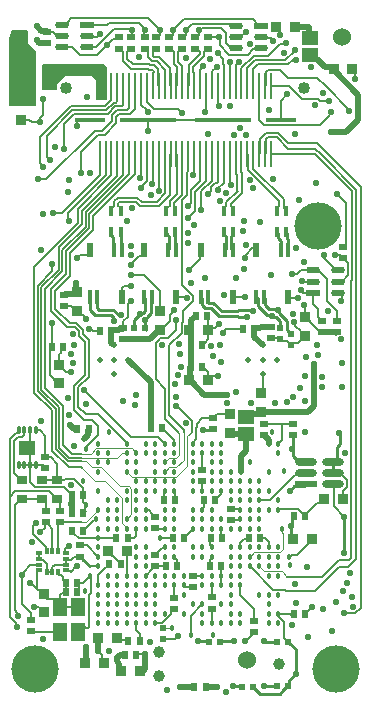
<source format=gbl>
G04*
G04 #@! TF.GenerationSoftware,Altium Limited,Altium Designer,22.8.2 (66)*
G04*
G04 Layer_Physical_Order=8*
G04 Layer_Color=9720587*
%FSLAX25Y25*%
%MOIN*%
G70*
G04*
G04 #@! TF.SameCoordinates,FBB38BD8-B248-4C14-88E0-E7BD1AE39475*
G04*
G04*
G04 #@! TF.FilePolarity,Positive*
G04*
G01*
G75*
%ADD12C,0.00700*%
%ADD18C,0.00500*%
%ADD20C,0.01000*%
%ADD30R,0.02362X0.02520*%
%ADD31R,0.02520X0.02362*%
%ADD37R,0.01968X0.02165*%
%ADD38R,0.03740X0.03347*%
%ADD43R,0.02165X0.01968*%
%ADD44R,0.03347X0.03740*%
%ADD52R,0.03543X0.02953*%
G04:AMPARAMS|DCode=56|XSize=27.95mil|YSize=10.63mil|CornerRadius=3.72mil|HoleSize=0mil|Usage=FLASHONLY|Rotation=270.000|XOffset=0mil|YOffset=0mil|HoleType=Round|Shape=RoundedRectangle|*
%AMROUNDEDRECTD56*
21,1,0.02795,0.00319,0,0,270.0*
21,1,0.02051,0.01063,0,0,270.0*
1,1,0.00744,-0.00160,-0.01026*
1,1,0.00744,-0.00160,0.01026*
1,1,0.00744,0.00160,0.01026*
1,1,0.00744,0.00160,-0.01026*
%
%ADD56ROUNDEDRECTD56*%
%ADD57R,0.07301X0.02410*%
G04:AMPARAMS|DCode=58|XSize=73.01mil|YSize=24.1mil|CornerRadius=12.05mil|HoleSize=0mil|Usage=FLASHONLY|Rotation=0.000|XOffset=0mil|YOffset=0mil|HoleType=Round|Shape=RoundedRectangle|*
%AMROUNDEDRECTD58*
21,1,0.07301,0.00000,0,0,0.0*
21,1,0.04891,0.02410,0,0,0.0*
1,1,0.02410,0.02445,0.00000*
1,1,0.02410,-0.02445,0.00000*
1,1,0.02410,-0.02445,0.00000*
1,1,0.02410,0.02445,0.00000*
%
%ADD58ROUNDEDRECTD58*%
%ADD100C,0.04016*%
%ADD103R,0.02600X0.02300*%
%ADD107R,0.02300X0.02600*%
%ADD112C,0.06000*%
%ADD113R,0.05512X0.05118*%
%ADD114C,0.03937*%
%ADD117C,0.00625*%
%ADD118C,0.02000*%
%ADD119C,0.00900*%
%ADD120C,0.00400*%
%ADD122C,0.15748*%
%ADD123C,0.02200*%
%ADD124C,0.01800*%
%ADD125C,0.01968*%
G04:AMPARAMS|DCode=126|XSize=47.45mil|YSize=20.86mil|CornerRadius=10.43mil|HoleSize=0mil|Usage=FLASHONLY|Rotation=180.000|XOffset=0mil|YOffset=0mil|HoleType=Round|Shape=RoundedRectangle|*
%AMROUNDEDRECTD126*
21,1,0.04745,0.00000,0,0,180.0*
21,1,0.02659,0.02086,0,0,180.0*
1,1,0.02086,-0.01330,0.00000*
1,1,0.02086,0.01330,0.00000*
1,1,0.02086,0.01330,0.00000*
1,1,0.02086,-0.01330,0.00000*
%
%ADD126ROUNDEDRECTD126*%
%ADD127R,0.04745X0.02086*%
%ADD128R,0.03550X0.05500*%
%ADD129R,0.08650X0.05550*%
%ADD130R,0.01098X0.08937*%
%ADD131R,0.05339X0.04545*%
G04:AMPARAMS|DCode=132|XSize=23.23mil|YSize=13.78mil|CornerRadius=3.45mil|HoleSize=0mil|Usage=FLASHONLY|Rotation=180.000|XOffset=0mil|YOffset=0mil|HoleType=Round|Shape=RoundedRectangle|*
%AMROUNDEDRECTD132*
21,1,0.02323,0.00689,0,0,180.0*
21,1,0.01634,0.01378,0,0,180.0*
1,1,0.00689,-0.00817,0.00345*
1,1,0.00689,0.00817,0.00345*
1,1,0.00689,0.00817,-0.00345*
1,1,0.00689,-0.00817,-0.00345*
%
%ADD132ROUNDEDRECTD132*%
G04:AMPARAMS|DCode=133|XSize=23.23mil|YSize=13.78mil|CornerRadius=3.45mil|HoleSize=0mil|Usage=FLASHONLY|Rotation=270.000|XOffset=0mil|YOffset=0mil|HoleType=Round|Shape=RoundedRectangle|*
%AMROUNDEDRECTD133*
21,1,0.02323,0.00689,0,0,270.0*
21,1,0.01634,0.01378,0,0,270.0*
1,1,0.00689,-0.00345,-0.00817*
1,1,0.00689,-0.00345,0.00817*
1,1,0.00689,0.00345,0.00817*
1,1,0.00689,0.00345,-0.00817*
%
%ADD133ROUNDEDRECTD133*%
%ADD134R,0.01614X0.04724*%
%ADD135R,0.01968X0.04724*%
%ADD136R,0.18504X0.01693*%
%ADD137R,0.10000X0.01693*%
%ADD138R,0.04724X0.05906*%
%ADD139R,0.01575X0.03543*%
%ADD140C,0.00450*%
G36*
X7480Y222441D02*
Y218504D01*
X10200Y215784D01*
Y197400D01*
X1223D01*
Y218504D01*
X1213Y218555D01*
X1374Y220188D01*
X1866Y221808D01*
X2414Y222835D01*
X7087D01*
X7480Y222441D01*
D02*
G37*
G36*
X34000Y210600D02*
Y199737D01*
X33963Y199700D01*
X30300D01*
Y205900D01*
X28800Y207400D01*
X19800D01*
X17400Y205000D01*
Y203354D01*
X17046Y203000D01*
X12409Y203000D01*
X12400Y211346D01*
X12754Y211700D01*
X32900D01*
X34000Y210600D01*
D02*
G37*
D12*
X5550Y193000D02*
X8100D01*
X5400Y192850D02*
X5550Y193000D01*
X8942Y192158D02*
X11442D01*
X8100Y193000D02*
X8942Y192158D01*
X11442D02*
X11588Y192304D01*
X12598Y194662D02*
Y200000D01*
X11588Y192304D02*
Y193652D01*
X12598Y194662D01*
X30189Y217197D02*
X36220Y223228D01*
X28420Y217197D02*
X30189D01*
X28356Y217132D02*
X28420Y217197D01*
X24855Y214545D02*
X30745D01*
X22268Y217132D02*
X24855Y214545D01*
X19786Y217132D02*
X22268D01*
X30745Y214545D02*
X34100Y217900D01*
X28058Y224613D02*
X34061D01*
X34646Y225197D01*
X19086Y224613D02*
X20291D01*
X20931Y225253D01*
Y225657D01*
X22070Y226797D01*
X47638D01*
X51575Y222860D01*
Y222835D02*
Y222860D01*
X36220Y223228D02*
X40966D01*
X41073Y223122D01*
X41839D01*
X42126Y222835D01*
X27358Y220872D02*
X28058D01*
X28320Y220610D01*
X30510D01*
X31600Y221700D01*
X34646Y225197D02*
X44488D01*
X46457Y223228D01*
X34100Y217900D02*
Y217958D01*
X35905Y219764D02*
X37160D01*
X34100Y217958D02*
X35905Y219764D01*
X37160D02*
X37800Y220404D01*
X17333Y66837D02*
X18323D01*
Y62530D02*
Y66837D01*
X13626Y65069D02*
Y65424D01*
X12500Y66550D02*
X13626Y65424D01*
X12205Y66550D02*
X12500D01*
X13681Y62530D02*
Y65014D01*
X13626Y65069D02*
X13681Y65014D01*
X5500Y66550D02*
X5500Y66550D01*
X12205D01*
X24409Y22205D02*
X25575Y23370D01*
X63386Y220404D02*
X64173Y221191D01*
X73622Y218437D02*
X75326Y216732D01*
X76967D01*
X73544Y219605D02*
Y221339D01*
X73622Y218437D02*
Y219528D01*
X73544Y219605D02*
X73622Y219528D01*
X64173Y221191D02*
X64567D01*
Y222835D01*
Y222835D02*
X64973D01*
X73544Y221339D02*
X73622Y221417D01*
Y222047D01*
X64973Y222835D02*
X65723Y223585D01*
X72085D02*
X73622Y222047D01*
X65723Y223585D02*
X72085D01*
X80823Y214639D02*
X82650Y216467D01*
X84973D01*
X85238Y216732D01*
X67716Y220404D02*
X67785Y220472D01*
X71260D01*
X71441Y220291D01*
Y217968D02*
X74770Y214639D01*
X71441Y217968D02*
Y220291D01*
X74770Y214639D02*
X80823D01*
X5600Y31600D02*
X8600Y28600D01*
X5600Y31600D02*
Y41606D01*
X6110Y42331D02*
X8271Y44491D01*
X6110Y42116D02*
Y42331D01*
X5600Y41606D02*
X6110Y42116D01*
X26400Y102900D02*
X40308Y88992D01*
X17997Y111350D02*
X19320Y110026D01*
Y109829D02*
X20350Y108800D01*
X22000D01*
X17800Y111350D02*
X17997D01*
X19320Y109829D02*
Y110026D01*
X15510Y117100D02*
Y125290D01*
X15500Y125300D02*
X15510Y125290D01*
X11500Y178500D02*
X12700Y177300D01*
X11500Y178500D02*
Y187200D01*
X97423Y141517D02*
X98622Y142717D01*
X95700Y141600D02*
X95783Y141517D01*
X97423D01*
X98962Y139038D02*
X102495D01*
X102557Y138976D01*
X98900Y139100D02*
X98962Y139038D01*
X113524Y171260D02*
Y171260D01*
Y171260D02*
X115651Y169132D01*
Y139509D02*
Y169132D01*
X103150Y181634D02*
X113524Y171260D01*
X23900Y129150D02*
X25223Y127827D01*
X25773D01*
X27100Y126500D01*
X21970Y130900D02*
X22380Y130490D01*
Y130474D02*
Y130490D01*
Y130474D02*
X23703Y129150D01*
X19700Y130900D02*
X21970D01*
X23703Y129150D02*
X23900D01*
X18459Y115240D02*
Y116269D01*
X19290Y117100D01*
X17959Y114740D02*
X18459Y115240D01*
X17959Y111508D02*
Y114740D01*
X17800Y111350D02*
X17959Y111508D01*
X14940Y113517D02*
Y116529D01*
X15510Y117100D01*
X14880Y113458D02*
X14940Y113517D01*
X14880Y107970D02*
Y113458D01*
Y107970D02*
X16280Y106570D01*
Y106374D02*
Y106570D01*
Y106374D02*
X17603Y105050D01*
X17800D01*
X11500Y187200D02*
X21900Y197600D01*
X39250Y212680D02*
Y215394D01*
X38600Y215804D02*
X38840D01*
X39250Y215394D01*
X37800Y216604D02*
X38600Y215804D01*
X40650Y215394D02*
X41060Y215804D01*
X40650Y213260D02*
X42510Y211400D01*
X40650Y213260D02*
Y215394D01*
X41060Y215804D02*
X41300D01*
X42510Y211400D02*
X48087D01*
X41930Y210000D02*
X47507D01*
X39250Y212680D02*
X41930Y210000D01*
X41300Y215804D02*
X42100Y216604D01*
X49213Y204193D02*
X49412Y204392D01*
Y208636D01*
X49497Y208721D01*
X49087Y209711D02*
X49497Y209301D01*
Y208721D02*
Y209301D01*
X47507Y210000D02*
X47796Y209711D01*
X49087D01*
X50897Y208721D02*
Y209881D01*
X49667Y211111D02*
X50897Y209881D01*
X48375Y211111D02*
X49667D01*
X50982Y204392D02*
Y208636D01*
Y204392D02*
X51181Y204193D01*
X50897Y208721D02*
X50982Y208636D01*
X48087Y211400D02*
X48375Y211111D01*
X76226Y224393D02*
X77574D01*
X84343Y223724D02*
Y224714D01*
X62386Y224985D02*
X75635D01*
X76226Y224393D01*
X60236Y222835D02*
X62386Y224985D01*
X77574Y224393D02*
X77754Y224213D01*
X60236Y221191D02*
Y222835D01*
X59842Y221191D02*
X60236D01*
X59055Y220404D02*
X59842Y221191D01*
X84343Y223724D02*
X84831Y224213D01*
X85238D02*
X86026D01*
X84831D02*
X85238D01*
X59456Y226385D02*
X82672D01*
X84343Y224714D01*
X55905Y222835D02*
X59456Y226385D01*
X55905Y222835D02*
X55905Y222835D01*
Y221191D02*
Y222835D01*
X55512Y221191D02*
X55905D01*
X54724Y220404D02*
X55512Y221191D01*
X51575Y221191D02*
Y222835D01*
X51181Y221191D02*
X51575D01*
X50394Y220404D02*
X51181Y221191D01*
X46310Y220551D02*
X46457Y220404D01*
X46310Y220551D02*
Y222194D01*
X42126Y220430D02*
Y222835D01*
X42100Y220404D02*
X42126Y220430D01*
X17717Y49278D02*
Y58274D01*
X18173Y58730D01*
X13831D02*
X14631Y57930D01*
Y57829D02*
X15748Y56712D01*
X14631Y57829D02*
Y57930D01*
X13681Y58730D02*
X13831D01*
X15748Y49278D02*
Y56712D01*
X11700Y55500D02*
X13140Y56940D01*
Y58189D01*
X13681Y58730D01*
X18173D02*
X25575D01*
X24960Y147943D02*
X27515D01*
X23917Y146900D02*
X24960Y147943D01*
X23800Y146900D02*
X23917D01*
X41800Y141200D02*
X46118D01*
X47259Y140059D01*
X46260Y148305D02*
Y149567D01*
X44724Y147671D02*
X45626D01*
X41800Y144747D02*
X44724Y147671D01*
X41800Y144500D02*
Y144747D01*
X45626Y147671D02*
X46260Y148305D01*
X38868Y136900D02*
X39568Y137600D01*
X42000D01*
X98622Y142717D02*
X104288D01*
X82431Y150147D02*
X83175D01*
X83755Y149567D01*
X80208Y147925D02*
X82431Y150147D01*
X94818Y133465D02*
X97638D01*
X94385Y133898D02*
X94818Y133465D01*
X23890Y38700D02*
X25575D01*
X18056Y41262D02*
X18528D01*
X17717Y41601D02*
X18056Y41262D01*
X17717Y41601D02*
Y42073D01*
X19337Y39473D02*
X20110Y38700D01*
X19337Y39473D02*
Y40453D01*
X18528Y41262D02*
X19337Y40453D01*
X20110Y35700D02*
Y38700D01*
X8271Y44491D02*
X10961D01*
X11161Y44691D01*
X21789Y42384D02*
X21850Y42323D01*
X20674Y42384D02*
X21789D01*
X20335Y42723D02*
X20674Y42384D01*
X23622Y44094D02*
X24016D01*
X21850Y42323D02*
X23622Y44094D01*
X10768Y36476D02*
Y42384D01*
X11107Y42723D01*
X11161D01*
X19941Y48967D02*
Y49862D01*
Y48967D02*
X20280Y48628D01*
X20335D01*
X19941Y49862D02*
X20866Y50787D01*
X23890Y38700D02*
X24721Y37869D01*
Y36610D02*
Y37869D01*
X23890Y35779D02*
X24721Y36610D01*
X23890Y35700D02*
Y35779D01*
X11472Y30063D02*
X12795Y28740D01*
X11472Y30063D02*
Y30111D01*
X11062Y30521D02*
X11472Y30111D01*
X12795Y28740D02*
X12992D01*
X9719Y30521D02*
X11062D01*
X9570Y30670D02*
X9719Y30521D01*
X43790Y14900D02*
X46700D01*
X43590Y14700D02*
X43790Y14900D01*
X56540Y19783D02*
X57556Y20800D01*
X52756Y19783D02*
X56540D01*
X57556Y20800D02*
X57700D01*
X32354Y12528D02*
Y14546D01*
X31000Y15900D02*
X32354Y14546D01*
Y12528D02*
X32846Y12036D01*
X8600Y26300D02*
Y28600D01*
X8895Y22205D02*
X18110D01*
X8600Y22500D02*
X8895Y22205D01*
X80000Y19300D02*
X80271D01*
X82121Y21150D02*
Y21244D01*
X80271Y19300D02*
X82121Y21150D01*
X66251Y215394D02*
X66661Y215804D01*
X62793Y204392D02*
Y208636D01*
X66661Y215804D02*
X66917D01*
X62708Y210630D02*
X66251Y214174D01*
X64186Y215804D02*
X64441D01*
X61308Y208721D02*
Y211210D01*
X64441Y215804D02*
X64851Y215394D01*
X66251Y214174D02*
Y215394D01*
X64851Y214754D02*
Y215394D01*
X61308Y211210D02*
X64851Y214754D01*
X61223Y208636D02*
X61308Y208721D01*
X61223Y204392D02*
Y208636D01*
X62708Y208721D02*
Y210630D01*
Y208721D02*
X62793Y208636D01*
X49125Y215485D02*
X50097Y216458D01*
X46607Y216604D02*
X47725Y215485D01*
X49125Y214321D02*
Y215485D01*
X49535Y213911D02*
X51214D01*
X49125Y214321D02*
X49535Y213911D01*
X48955Y212511D02*
X50634D01*
X47725Y213742D02*
X48955Y212511D01*
X47725Y213742D02*
Y215485D01*
X51214Y213911D02*
X54834Y210291D01*
X116535Y206693D02*
Y209055D01*
X115748Y209842D02*
X116535Y209055D01*
X99590Y131306D02*
X100000Y130896D01*
X99575Y131306D02*
X99590D01*
X100000Y127165D02*
Y130896D01*
X85827Y102362D02*
Y108268D01*
X85433Y101969D02*
X85827Y102362D01*
X69291Y93622D02*
X69370D01*
X70630Y94882D02*
X74803D01*
X69370Y93622D02*
X70630Y94882D01*
X94565Y47144D02*
X95452Y48031D01*
X94564Y47144D02*
X94565D01*
X95452Y48031D02*
X97244D01*
X100842Y51630D01*
X102362Y52953D02*
Y53150D01*
X101039Y51630D02*
X102362Y52953D01*
X100842Y51630D02*
X101039D01*
X109449Y64173D02*
X112992Y60630D01*
X109449Y64173D02*
Y71261D01*
X86614Y181634D02*
X86813Y181833D01*
Y186461D01*
X87504Y187152D01*
X88583Y181634D02*
X103150D01*
X82646Y176705D02*
X92826Y166525D01*
X81078Y176293D02*
Y177020D01*
X82646Y176705D02*
Y181603D01*
X91016Y163823D02*
X91426Y164233D01*
X83410Y173961D02*
X91426Y165945D01*
X83410Y173961D02*
X83410D01*
X92826Y163653D02*
Y166525D01*
X81078Y176293D02*
X83410Y173961D01*
X91426Y164233D02*
Y165945D01*
X80908Y177190D02*
Y181435D01*
Y177190D02*
X81078Y177020D01*
X82646Y181603D02*
X82677Y181634D01*
X105372Y181391D02*
X117051Y169712D01*
X105372Y181391D02*
Y181391D01*
X103386Y183377D02*
X105372Y181391D01*
X94223Y183377D02*
X103386D01*
X90448Y187152D02*
X94223Y183377D01*
X87504Y187152D02*
X90448D01*
X93372Y91654D02*
X95115D01*
X90251Y91651D02*
X92126D01*
X93369D01*
X95829Y91898D02*
X96063Y91664D01*
X95360Y91898D02*
X95829D01*
X95115Y91654D02*
X95360Y91898D01*
X93369Y91651D02*
X93372Y91654D01*
X86221D02*
X90248D01*
X90251Y91651D01*
X37708Y165223D02*
X38118Y165633D01*
X37708Y164233D02*
X38118Y163823D01*
X38145D01*
X38583Y163386D01*
Y162402D02*
Y163386D01*
X37708Y164233D02*
Y165223D01*
X35871Y163823D02*
X35898D01*
X35433Y163386D02*
X35871Y163823D01*
X35898D02*
X36308Y164233D01*
X37538Y167033D02*
X44099D01*
X38118Y165633D02*
X43519D01*
X36308Y165803D02*
X37538Y167033D01*
X35433Y162402D02*
Y163386D01*
X36308Y164233D02*
Y165803D01*
X28325Y123228D02*
X29113Y122441D01*
X31565D01*
X27953Y123228D02*
X28325D01*
X73709Y165551D02*
X77440Y169281D01*
X73709Y164233D02*
Y165551D01*
X75109Y164971D02*
X78840Y168702D01*
X75109Y164233D02*
Y164971D01*
Y164233D02*
X75520Y163823D01*
X117051Y46676D02*
Y169712D01*
X114418Y44043D02*
X117051Y46676D01*
X115416Y47021D02*
Y139275D01*
X114670Y46275D02*
X115416Y47021D01*
X112598Y69168D02*
X113953Y70523D01*
Y72942D01*
X109647Y75197D02*
X111698D01*
X113953Y72942D01*
X112598Y66535D02*
Y69168D01*
X109253Y75197D02*
X109647D01*
X109253Y71457D02*
X109449Y71261D01*
X111261Y46275D02*
X114670D01*
X115416Y139275D02*
X115651Y139509D01*
X94898Y36039D02*
X103362D01*
X111366Y44043D01*
X114418D01*
X114251Y141069D02*
Y145355D01*
X112677Y146929D02*
X114251Y145355D01*
X112158Y138976D02*
X114251Y141069D01*
X112677Y150709D02*
X113679Y151710D01*
Y165061D01*
X112598Y146929D02*
X112677D01*
X110829Y138976D02*
X112158D01*
X109843Y148031D02*
X110114Y147760D01*
X111767D01*
X112598Y146929D01*
Y150709D02*
X112677D01*
X110630Y168110D02*
X113679Y165061D01*
X53543Y162402D02*
X53838Y162697D01*
X53981Y163823D02*
X54402D01*
X53543Y163386D02*
X53981Y163823D01*
X53543Y162402D02*
Y163386D01*
X56212Y164233D02*
X56256Y164190D01*
Y162839D02*
Y164190D01*
Y162839D02*
X56693Y162402D01*
X58856Y181435D02*
X59055Y181634D01*
X58856Y177190D02*
Y181435D01*
X58771Y177105D02*
X58856Y177190D01*
X58771Y167782D02*
Y177105D01*
X56212Y165223D02*
X58771Y167782D01*
X56212Y164233D02*
Y165223D01*
X57087Y181634D02*
X57286Y181435D01*
Y177190D02*
Y181435D01*
Y177190D02*
X57371Y177105D01*
Y168362D02*
Y177105D01*
X54812Y165803D02*
X57371Y168362D01*
X54812Y164233D02*
Y165803D01*
X54402Y163823D02*
X54812Y164233D01*
X61879Y169466D02*
X64961Y172548D01*
X61024Y164478D02*
X61879Y165333D01*
Y169466D01*
X61024Y164173D02*
Y164478D01*
X64961Y172548D02*
Y181634D01*
X65354Y162992D02*
Y169088D01*
X68898Y172631D02*
Y181634D01*
X65354Y169088D02*
X68898Y172631D01*
X78541Y181435D02*
X78740Y181634D01*
X78456Y177105D02*
X78541Y177190D01*
Y181435D01*
X78456Y175415D02*
Y177105D01*
X78840Y168702D02*
Y169861D01*
X78790Y169911D02*
Y175081D01*
Y169911D02*
X78840Y169861D01*
X78456Y175415D02*
X78790Y175081D01*
X75984Y162402D02*
Y163386D01*
X75520Y163823D02*
X75547D01*
X75984Y163386D01*
X76971Y177190D02*
Y181435D01*
Y177190D02*
X77056Y177105D01*
X76772Y181634D02*
X76971Y181435D01*
X77390Y169332D02*
Y174501D01*
Y169332D02*
X77440Y169281D01*
X77056Y174836D02*
Y177105D01*
Y174836D02*
X77390Y174501D01*
X73299Y163823D02*
X73709Y164233D01*
X73272Y163823D02*
X73299D01*
X72835Y163386D02*
X73272Y163823D01*
X72835Y162402D02*
Y163386D01*
X24803Y51102D02*
X25575D01*
X94898Y40551D02*
X105537D01*
X111261Y46275D01*
X65669Y110551D02*
Y110630D01*
Y110551D02*
X66500Y109720D01*
X66579D01*
X67490Y108809D01*
Y106526D02*
Y108809D01*
Y106526D02*
X67716Y106299D01*
X57087Y204193D02*
X57286Y204392D01*
Y208636D01*
X57371Y208721D01*
Y210411D01*
X56190Y211593D02*
X57371Y210411D01*
X56190Y211593D02*
Y215394D01*
X55780Y215804D02*
X56190Y215394D01*
X55524Y215804D02*
X55780D01*
X54724Y216604D02*
X55524Y215804D01*
X65420Y192913D02*
X72539D01*
X50884D02*
X65420D01*
X47539D02*
X50000D01*
X68898Y107480D02*
X70866D01*
X67716Y106299D02*
X68898Y107480D01*
X51181Y169291D02*
Y181634D01*
X45559Y165573D02*
X50613D01*
X44099Y167033D02*
X45559Y165573D01*
X51192Y164173D02*
X54834Y167815D01*
X44980Y164173D02*
X51192D01*
X43519Y165633D02*
X44980Y164173D01*
X50613Y165573D02*
X53434Y168394D01*
X65069Y146565D02*
Y149478D01*
X65158Y149567D01*
X61417Y142913D02*
X65069Y146565D01*
X38780Y133898D02*
X38868Y133986D01*
Y136900D01*
X54834Y208721D02*
Y210291D01*
Y208721D02*
X54919Y208636D01*
Y204392D02*
Y208636D01*
Y204392D02*
X55118Y204193D01*
X50097Y216458D02*
X50247D01*
X53434Y208721D02*
Y209711D01*
X53349Y208636D02*
X53434Y208721D01*
X50634Y212511D02*
X53434Y209711D01*
X53150Y204193D02*
X53349Y204392D01*
Y208636D01*
X11472Y35575D02*
X11535Y35512D01*
X66917Y215804D02*
X67716Y216604D01*
X63386D02*
X64186Y215804D01*
X62793Y204392D02*
X62992Y204193D01*
X61024D02*
X61223Y204392D01*
X58255Y215804D02*
X59055Y216604D01*
X58771Y208721D02*
Y210991D01*
X58856Y204392D02*
X59055Y204193D01*
X58771Y208721D02*
X58856Y208636D01*
Y204392D02*
Y208636D01*
X57590Y215394D02*
X58000Y215804D01*
X58255D01*
X57590Y212172D02*
X58771Y210991D01*
X57590Y212172D02*
Y215394D01*
X90989Y163823D02*
X91016D01*
X90551Y163386D02*
X90989Y163823D01*
X90551Y162402D02*
Y163386D01*
X80709Y181634D02*
X80908Y181435D01*
X49213Y172420D02*
Y181634D01*
X54834Y167815D02*
Y177105D01*
X53434Y168394D02*
Y177105D01*
X54919Y181435D02*
X55118Y181634D01*
X54834Y177105D02*
X54919Y177190D01*
Y181435D01*
X53150Y181634D02*
X53349Y181435D01*
Y177190D02*
X53434Y177105D01*
X53349Y177190D02*
Y181435D01*
X10768Y36476D02*
X11472Y35772D01*
Y35575D02*
Y35772D01*
X112273Y132364D02*
Y134596D01*
X110630Y125916D02*
Y129134D01*
X109827Y129937D02*
Y130024D01*
X107161Y132603D02*
Y139843D01*
Y132603D02*
X108480Y131284D01*
X109827Y129937D02*
X110630Y129134D01*
X108568Y131284D02*
X109827Y130024D01*
X108480Y131284D02*
X108568D01*
X27515Y147943D02*
X28150Y148577D01*
Y149567D01*
X72441Y122047D02*
X73622Y123228D01*
X79202D01*
X70030Y123573D02*
X71260Y124803D01*
X68455Y123573D02*
X70030D01*
X67716Y122835D02*
X68455Y123573D01*
X14085Y33159D02*
Y33947D01*
X12992Y35039D02*
X14085Y33947D01*
X18110Y30551D02*
Y31142D01*
X16098Y33154D02*
X18110Y31142D01*
X15507Y33154D02*
X16098D01*
X15502Y33159D02*
X15507Y33154D01*
X14085Y33159D02*
X15502D01*
X18110Y30551D02*
X24409D01*
X105362Y125916D02*
X105512D01*
X104562Y126716D02*
Y126866D01*
X102557Y131626D02*
X104263Y129921D01*
Y127165D02*
Y129921D01*
Y127165D02*
X104562Y126866D01*
Y126716D02*
X105362Y125916D01*
X104288Y142717D02*
X107161Y139843D01*
X102557Y131626D02*
Y135236D01*
X99410D02*
X102557D01*
X110829D02*
X111633D01*
X112273Y134596D01*
X79882Y133898D02*
X79921Y133858D01*
X75787Y133898D02*
X79882D01*
X60197D02*
X60630Y133465D01*
X56890Y133898D02*
X60197D01*
X67716Y122835D02*
Y127087D01*
X67244Y127559D02*
X67716Y127087D01*
X66579Y118626D02*
X67716Y119764D01*
X65669Y117717D02*
Y117795D01*
X66500Y118626D01*
X66579D01*
X67716Y119764D02*
Y122835D01*
D18*
X22159Y67684D02*
Y67763D01*
X21116Y68726D02*
X21195D01*
X10077Y70386D02*
X19457D01*
X8400Y72063D02*
X10077Y70386D01*
X8400Y72063D02*
Y77728D01*
X19457Y70386D02*
X21116Y68726D01*
X21195D02*
X22159Y67763D01*
X2981Y75073D02*
Y85838D01*
Y75073D02*
X5205Y72850D01*
X5500D01*
X6330Y89398D02*
X6431Y89500D01*
X6330Y87830D02*
Y89398D01*
X5652Y87152D02*
X6330Y87830D01*
X4295Y87152D02*
X5652D01*
X2981Y85838D02*
X4295Y87152D01*
X8400Y84598D02*
Y89500D01*
X7416Y83614D02*
X8400Y84598D01*
X7416Y83614D02*
X8400Y82630D01*
Y77728D02*
Y82630D01*
X10368Y77728D02*
X12582D01*
X8400D02*
X10368D01*
X6431D02*
X8400D01*
X4463D02*
X6431D01*
X12582D02*
X13400Y76910D01*
X17240Y74054D02*
Y78360D01*
X13607Y80483D02*
X15117D01*
X17240Y78360D01*
X13400Y80690D02*
X13607Y80483D01*
X13400Y80690D02*
Y87700D01*
X11600Y89500D02*
X11798Y89302D01*
X11799D02*
X13400Y87700D01*
X11798Y89302D02*
X11799D01*
X10368Y89500D02*
X11600D01*
X13300Y103500D02*
X19210Y97590D01*
X12100Y103003D02*
X18010Y97093D01*
X10900Y102506D02*
X16810Y96596D01*
X9700Y102009D02*
X15610Y96099D01*
Y82693D02*
Y96099D01*
Y82693D02*
X21138Y77165D01*
X16810Y83190D02*
Y96596D01*
Y83190D02*
X20904Y79096D01*
X18010Y83687D02*
Y97093D01*
Y83687D02*
X21401Y80296D01*
X19210Y84490D02*
Y97590D01*
Y84490D02*
X22200Y81500D01*
X69085Y204380D02*
Y209085D01*
X68898Y204193D02*
X69085Y204380D01*
Y209085D02*
X70600Y210600D01*
X66535Y196129D02*
X66929Y196523D01*
X66535Y195669D02*
Y196129D01*
X66929Y196523D02*
Y204193D01*
X21663Y148692D02*
X29297Y156326D01*
Y160936D01*
X43307Y174946D01*
X26772Y162096D02*
X39370Y174694D01*
X26772Y157372D02*
Y162096D01*
X19100Y149700D02*
X26772Y157372D01*
X17900Y150403D02*
X25572Y158075D01*
Y162593D01*
X37321Y174342D01*
X21663Y140975D02*
Y148692D01*
X19100Y142500D02*
Y149700D01*
X17900Y142997D02*
Y150403D01*
X24372Y158572D02*
Y163348D01*
X9700Y143900D02*
X24372Y158572D01*
X9700Y102009D02*
Y143900D01*
X24372Y163348D02*
X35433Y174409D01*
X19087Y162000D02*
X31496Y174409D01*
X20900Y161845D02*
X33465Y174409D01*
X20900Y160243D02*
Y161845D01*
X50200Y118704D02*
X51181Y119685D01*
X50200Y106495D02*
Y118704D01*
Y106495D02*
X53400Y103295D01*
Y93057D02*
X57465Y88992D01*
X53400Y93057D02*
Y103295D01*
X54600Y117735D02*
X58794Y121929D01*
X54600Y94469D02*
Y117735D01*
Y94469D02*
X59449Y89621D01*
X14800Y179400D02*
Y179643D01*
X13900Y180543D02*
X14800Y179643D01*
X13900Y180543D02*
Y187590D01*
X106007Y147293D02*
Y147821D01*
Y147293D02*
X109274Y144027D01*
X106007Y147821D02*
X106169Y147983D01*
X109274Y143449D02*
X110006Y142717D01*
X110829D01*
X109274Y143449D02*
Y144027D01*
X20900Y160243D02*
X20975Y160168D01*
Y159425D02*
Y160168D01*
Y159425D02*
X21300Y159100D01*
X16563Y135875D02*
X21663Y140975D01*
X13300Y136700D02*
X19100Y142500D01*
X12100Y137197D02*
X17900Y142997D01*
X25903Y121497D02*
Y122965D01*
Y121497D02*
X27900Y119500D01*
Y107360D02*
Y119500D01*
X23705Y125162D02*
X25903Y122965D01*
X16563Y130037D02*
X21438Y125162D01*
X23705D01*
X16563Y130037D02*
Y135875D01*
X10900Y137694D02*
X15719Y142513D01*
X12100Y103003D02*
Y137197D01*
X13300Y103500D02*
Y136700D01*
X10900Y102506D02*
Y137694D01*
X15719Y142513D02*
Y144825D01*
X21900Y197600D02*
X33233D01*
X35134Y199501D01*
Y203894D01*
X35433Y204193D01*
X13900Y187590D02*
X22410Y196100D01*
X37402Y199202D02*
Y204193D01*
X33663Y196100D02*
X36247Y198685D01*
X22410Y196100D02*
X33663D01*
X36885Y198685D02*
X37402Y199202D01*
X36247Y198685D02*
X36885D01*
X21401Y80296D02*
X25575D01*
X31085Y94800D02*
X40551Y85334D01*
X24300Y97300D02*
X26800Y94800D01*
X31085D01*
X24300Y97300D02*
Y103760D01*
X27900Y107360D01*
X21138Y77165D02*
X25135D01*
X15800Y162000D02*
X19087D01*
X39370Y174694D02*
Y181634D01*
X20904Y79096D02*
X25575D01*
X22200Y81500D02*
X25575D01*
X25135Y77165D02*
X25575Y76725D01*
X37321Y181553D02*
X37402Y181634D01*
X37321Y174342D02*
Y181553D01*
X31496Y174409D02*
Y181634D01*
X58794Y121929D02*
Y125186D01*
X62221Y88992D02*
X62286Y89058D01*
Y92581D01*
X61035Y93832D02*
X61035D01*
X57243Y97502D02*
X57760Y96985D01*
X57882D02*
X61035Y93832D01*
X56783Y97502D02*
X57243D01*
X57760Y96985D02*
X57882D01*
X61035Y93832D02*
X62286Y92581D01*
X61024Y175734D02*
Y181634D01*
X58974Y166147D02*
X60548Y167721D01*
Y175259D01*
X61024Y175734D01*
X58974Y138020D02*
X62680Y134314D01*
X58974Y138020D02*
Y166147D01*
X59137Y125529D02*
Y129072D01*
X62680Y132615D01*
X58794Y125186D02*
X59137Y125529D01*
X62680Y132615D02*
Y134314D01*
X59449Y88992D02*
Y89621D01*
X54331Y120079D02*
X57087Y122835D01*
Y126378D01*
X51646Y120079D02*
X54331D01*
X51181Y119685D02*
X51252D01*
X51646Y120079D01*
X33465Y174409D02*
Y181634D01*
X35433Y174409D02*
Y181634D01*
X40551Y85039D02*
Y85334D01*
X43307Y174946D02*
Y181634D01*
D20*
X95200Y57500D02*
X95276Y57424D01*
X95200Y57825D02*
X95505Y58130D01*
X95276Y53937D02*
Y57424D01*
X95505Y58130D02*
Y60387D01*
X95200Y57500D02*
Y57825D01*
X109253Y75590D02*
X109647Y75197D01*
X109253Y78543D02*
X109647Y78937D01*
X64173Y19291D02*
X67815D01*
X95276Y53937D02*
X96063Y53150D01*
X112992Y48477D02*
Y60630D01*
Y48477D02*
X113044Y48425D01*
X95669Y83396D02*
X96063Y83789D01*
Y87864D01*
X95669Y83071D02*
Y83396D01*
X95899Y80911D02*
X97873Y78937D01*
X100196D01*
X95899Y80911D02*
Y82841D01*
X95669Y83071D02*
X95899Y82841D01*
X71555Y19291D02*
X76378D01*
X109253Y75590D02*
Y78543D01*
Y78937D02*
X109647D01*
X110630Y79588D02*
Y83858D01*
X109979Y78937D02*
X110630Y79588D01*
X111417Y88258D02*
Y88583D01*
Y88258D02*
X111732Y87943D01*
Y84961D02*
Y87943D01*
X110630Y83858D02*
X111732Y84961D01*
X96358Y70752D02*
X99491D01*
X100196Y71457D01*
X94898Y69291D02*
X96358Y70752D01*
X25575Y46630D02*
X28110Y44094D01*
X94291Y18898D02*
Y18996D01*
Y18799D02*
Y18898D01*
X94972Y18315D02*
X96850Y16437D01*
X94291Y18799D02*
X94776Y18315D01*
X94972D01*
X96850Y8268D02*
Y16437D01*
X94696Y4736D02*
Y6114D01*
X96850Y8268D01*
X94291Y4331D02*
X94696Y4736D01*
X92735Y2775D02*
X93709Y3748D01*
X84816Y1700D02*
X91685D01*
X94291Y4232D02*
Y4331D01*
X93807Y3748D02*
X94291Y4232D01*
X93709Y3748D02*
X93807D01*
X92735Y2751D02*
Y2775D01*
X91685Y1700D02*
X92735Y2751D01*
X83063Y3354D02*
X83161D01*
X84816Y1700D01*
X82579Y3839D02*
Y3937D01*
Y3839D02*
X83063Y3354D01*
X86221Y4331D02*
X90551D01*
X65863Y89485D02*
X65978Y89600D01*
X69049D01*
X69291Y89842D01*
X75984Y4331D02*
X78445D01*
X78839Y3937D01*
X86939Y18898D02*
X90551D01*
X86545Y19291D02*
X86939Y18898D01*
X86221Y19291D02*
X86545D01*
X95505Y60387D02*
X96142Y61024D01*
X94898Y28346D02*
X96142D01*
D30*
X25905Y55905D02*
D03*
X22126D02*
D03*
X23890Y35700D02*
D03*
X20110D02*
D03*
X23890Y38700D02*
D03*
X20110D02*
D03*
X43590Y14700D02*
D03*
X39810D02*
D03*
X67244Y127559D02*
D03*
X63465D02*
D03*
X61890Y117717D02*
D03*
X65669D02*
D03*
X61890Y110630D02*
D03*
X65669D02*
D03*
X15510Y117100D02*
D03*
X19290D02*
D03*
X22126Y61811D02*
D03*
X25905D02*
D03*
X22126Y67716D02*
D03*
X25905D02*
D03*
X66280Y66241D02*
D03*
X70060D02*
D03*
X24094Y89764D02*
D03*
X27874D02*
D03*
X59764Y53543D02*
D03*
X55984D02*
D03*
X99921Y61024D02*
D03*
X96142D02*
D03*
X48504Y90158D02*
D03*
X52284D02*
D03*
X84961Y53543D02*
D03*
X81181D02*
D03*
X99921Y28346D02*
D03*
X96142D02*
D03*
X57402Y44094D02*
D03*
X53622D02*
D03*
X68583Y53543D02*
D03*
X72362D02*
D03*
X68189Y44094D02*
D03*
X71969D02*
D03*
X37087Y53543D02*
D03*
X40866D02*
D03*
X52835Y66142D02*
D03*
X56614D02*
D03*
D31*
X13400Y76910D02*
D03*
Y80690D02*
D03*
X112598Y146929D02*
D03*
Y150709D02*
D03*
X14095Y222362D02*
D03*
Y218583D02*
D03*
X88583Y123937D02*
D03*
Y120158D02*
D03*
X39370Y123543D02*
D03*
Y119764D02*
D03*
X19700Y134679D02*
D03*
Y130900D02*
D03*
X24803Y47323D02*
D03*
Y51102D02*
D03*
X50000Y56772D02*
D03*
Y60551D02*
D03*
X86221Y91654D02*
D03*
Y87874D02*
D03*
X69291Y93622D02*
D03*
Y89842D02*
D03*
X56299Y29921D02*
D03*
Y33701D02*
D03*
X68898Y30000D02*
D03*
Y33779D02*
D03*
X50000Y47953D02*
D03*
Y44173D02*
D03*
X62598Y40866D02*
D03*
Y37087D02*
D03*
X75197Y63307D02*
D03*
Y59527D02*
D03*
X65748Y76299D02*
D03*
Y72520D02*
D03*
D37*
X78839Y3937D02*
D03*
X82579D02*
D03*
X90551Y4331D02*
D03*
X94291D02*
D03*
X90551Y18898D02*
D03*
X94291D02*
D03*
X71555D02*
D03*
X67815D02*
D03*
D38*
X5400Y199150D02*
D03*
Y192850D02*
D03*
X12992Y35039D02*
D03*
Y28740D02*
D03*
X100000Y127165D02*
D03*
Y120866D02*
D03*
X51575Y129134D02*
D03*
Y122835D02*
D03*
X17800Y105050D02*
D03*
Y111350D02*
D03*
X23900Y135450D02*
D03*
Y129150D02*
D03*
X74803Y94882D02*
D03*
Y88583D02*
D03*
X85433Y101969D02*
D03*
Y95669D02*
D03*
D43*
X52756Y19783D02*
D03*
Y23524D02*
D03*
X91732Y119770D02*
D03*
Y123510D02*
D03*
X95276Y117900D02*
D03*
Y121640D02*
D03*
X46457Y119783D02*
D03*
Y123524D02*
D03*
X42913Y119783D02*
D03*
Y123524D02*
D03*
D44*
X109449Y209842D02*
D03*
X115748D02*
D03*
X37150Y20200D02*
D03*
X30850D02*
D03*
X32846Y12036D02*
D03*
X26546D02*
D03*
X45050Y9200D02*
D03*
X38750D02*
D03*
X40551Y49213D02*
D03*
X34252D02*
D03*
X96063Y53150D02*
D03*
X102362D02*
D03*
X67716Y122835D02*
D03*
X61417D02*
D03*
X106299Y66535D02*
D03*
X112598D02*
D03*
X61417Y106299D02*
D03*
X67716D02*
D03*
X90158Y224016D02*
D03*
X96457D02*
D03*
D52*
X5500Y72850D02*
D03*
Y66550D02*
D03*
X17240Y66550D02*
D03*
Y72850D02*
D03*
X12205Y66550D02*
D03*
Y72850D02*
D03*
D56*
X10368Y77728D02*
D03*
X8400D02*
D03*
X6431D02*
D03*
X4463D02*
D03*
Y89500D02*
D03*
X6431D02*
D03*
X8400D02*
D03*
X10368D02*
D03*
D57*
X100196Y71457D02*
D03*
D58*
Y75197D02*
D03*
Y78937D02*
D03*
X109253D02*
D03*
Y75197D02*
D03*
Y71457D02*
D03*
D100*
X99665Y203425D02*
D03*
X20413D02*
D03*
D103*
X42100Y220404D02*
D03*
Y216604D02*
D03*
X13681Y58730D02*
D03*
Y62530D02*
D03*
X18323D02*
D03*
Y58730D02*
D03*
X46457Y220404D02*
D03*
Y216604D02*
D03*
X50394Y220404D02*
D03*
Y216604D02*
D03*
X54724D02*
D03*
Y220404D02*
D03*
X8600Y26300D02*
D03*
Y22500D02*
D03*
X96063Y91664D02*
D03*
Y87864D02*
D03*
X59055Y220404D02*
D03*
Y216604D02*
D03*
X63386Y220404D02*
D03*
Y216604D02*
D03*
X67716Y220404D02*
D03*
Y216604D02*
D03*
X37800Y220404D02*
D03*
Y216604D02*
D03*
X110630Y125916D02*
D03*
Y122116D02*
D03*
X105512Y125916D02*
D03*
Y122116D02*
D03*
X83071Y22116D02*
D03*
Y25916D02*
D03*
D107*
X38514Y44882D02*
D03*
X34714D02*
D03*
X79202Y123228D02*
D03*
X83002D02*
D03*
X35365Y122441D02*
D03*
X31565D02*
D03*
X44813Y19291D02*
D03*
X41013D02*
D03*
X66861Y3937D02*
D03*
X63061D02*
D03*
D112*
X80709Y12992D02*
D03*
X112205Y220472D02*
D03*
D113*
X7416Y83614D02*
D03*
D114*
X91378Y11673D02*
D03*
X51378Y15673D02*
D03*
Y7673D02*
D03*
D117*
X15926Y222314D02*
X17368Y220872D01*
X14095Y222362D02*
X14142Y222314D01*
X15926D01*
X17368Y220872D02*
X19086D01*
X14667Y69123D02*
X15781Y68010D01*
X16945Y66550D02*
X17240D01*
X15781Y67714D02*
X16945Y66550D01*
X15781Y67714D02*
Y68010D01*
X3393Y69123D02*
X14667D01*
X1575Y67305D02*
X3393Y69123D01*
X3150Y64495D02*
X5205Y66550D01*
X3150Y29469D02*
Y64495D01*
X5205Y66550D02*
X5500D01*
X1575Y67305D02*
Y86612D01*
Y27165D02*
Y67305D01*
X4463Y88821D02*
Y89500D01*
X1575Y86612D02*
X3570Y88607D01*
X4248D02*
X4463Y88821D01*
X3570Y88607D02*
X4248D01*
X28600Y35200D02*
Y40182D01*
X28200Y40582D02*
Y40900D01*
Y40582D02*
X28600Y40182D01*
X27900Y24000D02*
Y34500D01*
X28600Y35200D01*
X25807Y23602D02*
X27502D01*
X27900Y24000D01*
X25575Y23370D02*
X25807Y23602D01*
X21955Y46364D02*
X22913Y47323D01*
X13489Y49569D02*
X13780Y49278D01*
X9200Y55000D02*
X13489Y50711D01*
X9200Y55000D02*
Y57500D01*
X13489Y49569D02*
Y50711D01*
X9200Y57500D02*
X10400Y58700D01*
X70790Y215146D02*
X72688Y213248D01*
X72835Y204193D02*
Y211278D01*
X72688Y211425D02*
X72835Y211278D01*
X72688Y211425D02*
Y213248D01*
X74803Y204193D02*
Y212297D01*
X76772Y211146D02*
X77900Y212275D01*
X76772Y204193D02*
Y211146D01*
X77900Y212275D02*
Y212300D01*
X20400Y149215D02*
X28034Y156849D01*
Y161499D01*
X41339Y174803D01*
X20400Y141498D02*
Y149215D01*
X11100Y173100D02*
X13700D01*
X29927Y189327D01*
X40308Y88992D02*
X42095Y87205D01*
X50984D01*
X64961Y209561D02*
X66200Y210800D01*
X66500D01*
X64961Y204193D02*
Y209561D01*
X57632Y196400D02*
X58800Y195232D01*
X47244Y198856D02*
X49700Y196400D01*
X57632D01*
X58800Y195063D02*
Y195232D01*
X47244Y198856D02*
Y204193D01*
X15300Y136398D02*
X20400Y141498D01*
X41800Y132557D02*
Y132687D01*
X40776Y131533D02*
X41800Y132557D01*
X40776Y127159D02*
Y131533D01*
X24640Y120760D02*
X26638Y118763D01*
Y107883D02*
Y118763D01*
X24640Y120760D02*
Y122442D01*
X15300Y129300D02*
Y136398D01*
X20700Y123900D02*
X23182D01*
X15300Y129300D02*
X20700Y123900D01*
X23182D02*
X24640Y122442D01*
X29927Y189327D02*
X32327D01*
X19500Y191400D02*
X22275Y194175D01*
X19500Y183100D02*
Y191400D01*
X39370Y197789D02*
Y204193D01*
X36770Y197422D02*
X39004D01*
X39370Y197789D01*
X37319Y196097D02*
X40497D01*
X41339Y196939D02*
Y204193D01*
X40497Y196097D02*
X41339Y196939D01*
X37868Y194772D02*
X41672D01*
X43307Y196407D02*
Y204193D01*
X41672Y194772D02*
X43307Y196407D01*
X37098Y191898D02*
Y194002D01*
X33202Y188002D02*
X37098Y191898D01*
X31098Y188002D02*
X33202D01*
X32327Y189327D02*
X35700Y192700D01*
Y194478D01*
X22868Y194772D02*
X22872D01*
X22275Y194175D02*
Y194179D01*
X22900Y194800D02*
X34148D01*
X22872Y194772D02*
X22900Y194800D01*
X22275Y194179D02*
X22868Y194772D01*
X12265Y72774D02*
X17240D01*
X12205Y72835D02*
X12265Y72774D01*
X28800Y93000D02*
X31032Y90768D01*
Y87932D02*
Y90768D01*
X27274Y84174D02*
X31032Y87932D01*
X26200Y93000D02*
X28800D01*
X23038Y96162D02*
X26200Y93000D01*
X23038Y96162D02*
Y104283D01*
X26638Y107883D01*
X27049Y83071D02*
X27274Y83296D01*
Y84174D01*
X35700Y194478D02*
X37319Y196097D01*
X37098Y194002D02*
X37868Y194772D01*
X25300Y182204D02*
X31098Y188002D01*
X47259Y140059D02*
X51575Y135743D01*
X25300Y175100D02*
Y182204D01*
X22126Y55827D02*
X22995Y54958D01*
X22126Y55827D02*
Y55905D01*
X23073Y54958D02*
X24488Y53543D01*
X22995Y54958D02*
X23073D01*
X24488Y53543D02*
X31102D01*
X25905Y55984D02*
X26774Y56853D01*
X25905Y55905D02*
Y55984D01*
X26853Y56853D02*
X29599Y59599D01*
X26774Y56853D02*
X26853D01*
X30071Y59599D02*
X30315Y59842D01*
X29599Y59599D02*
X30071D01*
X17240Y72774D02*
X19640D01*
X20238Y73372D01*
X25905Y67716D02*
Y70169D01*
X24322Y71752D02*
X25905Y70169D01*
X24322Y71752D02*
Y71973D01*
X22922Y73372D02*
X24322Y71973D01*
X20238Y73372D02*
X22922D01*
X1575Y27165D02*
X3636Y25104D01*
Y24317D02*
Y25104D01*
Y24317D02*
X3937Y24016D01*
X25575Y38700D02*
X26000D01*
X28200Y40900D01*
X11161Y46660D02*
X11518Y46303D01*
X12475D01*
X13780Y44999D01*
Y42073D02*
Y44999D01*
Y42073D02*
X15748D01*
X16514Y44691D02*
X20335D01*
X15748Y43925D02*
X16514Y44691D01*
X15748Y42073D02*
Y43925D01*
X20335Y44691D02*
Y46364D01*
X11161Y46660D02*
Y48628D01*
X20630Y46364D02*
X21955D01*
X20335Y46660D02*
X20630Y46364D01*
X22913Y47323D02*
X24882D01*
X19021Y35273D02*
X19683D01*
X20110Y35700D01*
X18189Y34441D02*
X19021Y35273D01*
X18189Y31142D02*
Y34441D01*
X37150Y20200D02*
X37730Y19620D01*
X37730D01*
X40620Y19685D02*
X41013Y19291D01*
X40620Y19685D02*
X41013Y19291D01*
X37795Y19685D02*
X40620D01*
X37730Y19620D02*
X37795Y19685D01*
X103861Y207000D02*
X106781Y204081D01*
X94400Y207000D02*
X103861D01*
X106781Y204081D02*
X106781D01*
X114746Y196115D01*
Y195783D02*
Y196115D01*
X87614Y209674D02*
X91726D01*
X94400Y207000D01*
X88583Y204193D02*
X94626D01*
X98976Y199844D01*
X104939Y199100D02*
X107900D01*
X98976Y199844D02*
X104196D01*
X104939Y199100D01*
X116675Y28488D02*
X118512Y30325D01*
Y170639D01*
X114912Y28500D02*
X114925Y28488D01*
X113100Y28500D02*
X114912D01*
X114925Y28488D02*
X116675D01*
X103968Y185183D02*
X118512Y170639D01*
X82121Y21244D02*
Y21316D01*
X82921Y22116D01*
X4029Y27860D02*
Y28589D01*
Y27860D02*
X4331Y27559D01*
X3150Y29469D02*
X4029Y28589D01*
X44813Y19291D02*
Y21665D01*
X70669Y169882D02*
X72835Y172047D01*
X40551Y40945D02*
Y49213D01*
X8661Y38583D02*
X10768Y36476D01*
X8268Y38583D02*
X8661D01*
X104834Y191054D02*
X108360Y194580D01*
X99921Y61102D02*
X104055Y65236D01*
X104999D01*
X106299Y66535D01*
X99921Y61024D02*
Y61102D01*
X83336Y212864D02*
X93355D01*
X84252Y211417D02*
X94412D01*
X78740Y210142D02*
X82787Y214189D01*
X95872Y212877D02*
X96736D01*
X94412Y211417D02*
X95872Y212877D01*
X82787Y214189D02*
X87718D01*
X82677Y209842D02*
X84252Y211417D01*
X80709Y210236D02*
X83336Y212864D01*
X96736Y212877D02*
X96850Y212992D01*
X80709Y204193D02*
Y210236D01*
X78740Y204193D02*
Y210142D01*
X82677Y204193D02*
Y209842D01*
X89370Y219291D02*
Y219718D01*
X88468Y220193D02*
X89370Y219291D01*
X96457Y224016D02*
X97638Y225197D01*
X78435Y220472D02*
X80239Y222277D01*
X77754Y220472D02*
X78435D01*
X80239Y222277D02*
X80378D01*
X93355Y212864D02*
X96456Y215965D01*
Y216141D01*
X91732Y218203D02*
X93399D01*
X87718Y214189D02*
X91732Y218203D01*
X93399D02*
X93701Y218504D01*
X84646Y181634D02*
X84882Y181871D01*
Y186457D01*
X87008Y188583D01*
X90945D02*
X94344Y185183D01*
X87008Y188583D02*
X90945D01*
X84646Y192781D02*
Y204193D01*
X86851Y208911D02*
X87614Y209674D01*
X91791Y199272D02*
X94095Y201575D01*
X91791Y192913D02*
Y199272D01*
X86614Y204193D02*
X86851Y204430D01*
Y208911D01*
X92126Y86221D02*
Y91651D01*
X90945Y85039D02*
X92126Y86221D01*
X41339Y174803D02*
Y181634D01*
X34148Y194800D02*
X36770Y197422D01*
X91732Y119770D02*
X92404Y119098D01*
X91345Y120158D02*
X91732Y119770D01*
X100947Y29294D02*
X102362Y30709D01*
X100790Y29294D02*
X100947D01*
X63750Y86408D02*
Y90360D01*
X63779Y90389D02*
Y91669D01*
X65732Y93622D01*
X62598Y85256D02*
X63750Y86408D01*
Y90360D02*
X63779Y90389D01*
X62598Y85039D02*
Y85256D01*
X54300Y125363D02*
X54357D01*
X51772Y122835D02*
X54300Y125363D01*
X51575Y122835D02*
X51772D01*
X54357Y125363D02*
X54974Y125980D01*
Y127809D02*
X56299Y129134D01*
X54974Y125980D02*
Y127809D01*
X51575Y129134D02*
Y135743D01*
X72047Y37795D02*
Y40945D01*
X68189Y51349D02*
Y53150D01*
X68583Y53543D01*
X68189Y51349D02*
X68898Y50640D01*
Y50394D02*
Y50640D01*
X72047Y53858D02*
Y56693D01*
Y53858D02*
X72362Y53543D01*
X62598Y56457D02*
Y56693D01*
X59764Y53622D02*
X62598Y56457D01*
X59764Y53543D02*
Y53622D01*
X51575Y53543D02*
X55984D01*
X97661Y75197D02*
X100196D01*
X97024Y74560D02*
X97661Y75197D01*
X96607Y74560D02*
X97024D01*
X88189Y66142D02*
X96607Y74560D01*
X94344Y185183D02*
X103968D01*
X93207Y36308D02*
X93476Y36039D01*
X94898D01*
X89282Y36308D02*
X93207D01*
X81496Y44094D02*
X89282Y36308D01*
X62598Y174409D02*
Y174836D01*
X62992Y175229D02*
Y181634D01*
X62598Y174836D02*
X62992Y175229D01*
X66929Y172589D02*
Y181634D01*
X63242Y168902D02*
X66929Y172589D01*
X63242Y162454D02*
Y168902D01*
X61024Y160236D02*
X63242Y162454D01*
X68754Y170560D02*
X69991Y171798D01*
X70866Y172164D02*
Y181634D01*
X67716Y168110D02*
Y168227D01*
X68754Y169264D01*
X70500Y171798D02*
X70866Y172164D01*
X68754Y169264D02*
Y170560D01*
X69991Y171798D02*
X70500D01*
X28110Y44094D02*
X31102D01*
X24882Y47323D02*
X25575Y46630D01*
Y51102D02*
X27244D01*
X31102Y47244D01*
X43701Y22778D02*
X44813Y21665D01*
X43701Y22778D02*
Y25197D01*
X82921Y22116D02*
X83071D01*
X94070Y40551D02*
X94898D01*
X66873Y204136D02*
X66929Y204193D01*
X99921Y28346D02*
Y28425D01*
X100790Y29294D01*
X84646Y66142D02*
X88189D01*
X84646Y192781D02*
X86372Y191054D01*
X70866Y198458D02*
Y204193D01*
Y198458D02*
X71260Y198064D01*
Y197638D02*
Y198064D01*
X64886Y193447D02*
X65420Y192913D01*
X24016Y192379D02*
X24550Y192913D01*
X28287D01*
X24016Y190945D02*
Y192379D01*
X50000Y192913D02*
X50442D01*
X47244Y195855D02*
Y196063D01*
Y195855D02*
X47539Y195560D01*
X45276Y198031D02*
X47244Y196063D01*
X45276Y198031D02*
Y204193D01*
X50884Y192913D02*
X51418Y193447D01*
X98442Y122227D02*
X99803Y120866D01*
X98442Y122227D02*
Y122424D01*
X96516Y124350D02*
X98442Y122424D01*
X96215Y125421D02*
X96516Y125120D01*
X99803Y120866D02*
X100000D01*
X96516Y124350D02*
Y125120D01*
X95177Y117900D02*
X95276D01*
X93979Y119098D02*
X95177Y117900D01*
X92404Y119098D02*
X93979D01*
X95276Y117900D02*
X95947Y118572D01*
X97509D01*
X99803Y120866D01*
X45276Y170505D02*
X45779Y171008D01*
Y171207D01*
X45276Y170079D02*
Y170505D01*
X45779Y171207D02*
X47244Y172673D01*
X88583Y120158D02*
X91345D01*
X100197Y127165D02*
X101558Y125805D01*
Y125608D02*
X104212Y122953D01*
X100000Y127165D02*
X100197D01*
X101558Y125608D02*
Y125805D01*
X104212Y122953D02*
X104674D01*
X105512Y122116D01*
X91189Y63236D02*
X91889D01*
X91948Y63296D02*
X97742D01*
X90945Y62992D02*
X91189Y63236D01*
X91889D02*
X91948Y63296D01*
X97742D02*
X99053Y61985D01*
Y61892D02*
Y61985D01*
Y61892D02*
X99921Y61024D01*
X65732Y93622D02*
X69291D01*
X85433Y101969D02*
X85630D01*
X47539Y189469D02*
X47638Y189370D01*
X47539Y189469D02*
Y192913D01*
X39370Y123543D02*
Y125753D01*
X40776Y127159D01*
X92913Y20276D02*
Y25591D01*
X93620Y19668D02*
X94291Y18996D01*
X92913Y20276D02*
X93521Y19668D01*
X90945Y28346D02*
X94898D01*
X91189Y27315D02*
X92913Y25591D01*
X93521Y19668D02*
X93620D01*
X91189Y27315D02*
Y28102D01*
X90945Y28346D02*
X91189Y28102D01*
X78347Y34646D02*
X83071Y29921D01*
X78347Y34646D02*
Y37795D01*
X83071Y25916D02*
Y29921D01*
X56299Y33701D02*
Y37795D01*
X50000Y25197D02*
X50024Y25220D01*
X52375D01*
X55352Y28198D01*
Y29053D01*
X56221Y29921D01*
X56299D01*
X53152Y89210D02*
X53231D01*
X56141Y86300D01*
Y85198D02*
X56299Y85039D01*
X52284Y90079D02*
Y90158D01*
Y90079D02*
X53152Y89210D01*
X56141Y85198D02*
Y86300D01*
X50984Y87205D02*
X53150Y85039D01*
X26670Y62575D02*
X26772Y62677D01*
X25905Y61811D02*
X26670Y62575D01*
Y64465D01*
X26772Y64567D01*
X25905Y65522D02*
Y67716D01*
Y65522D02*
X26772Y64656D01*
Y64567D02*
Y64656D01*
X11535Y35512D02*
X12519D01*
X12992Y35039D01*
X74803Y171260D02*
Y181634D01*
X72835Y172047D02*
Y181634D01*
X86305Y220193D02*
X88468D01*
X86026Y220472D02*
X86305Y220193D01*
X86372Y191054D02*
X104834D01*
X71180Y197638D02*
X71260D01*
X68898Y25197D02*
Y30000D01*
X61811Y27559D02*
X65748Y31496D01*
X61811Y21260D02*
Y27559D01*
X47244Y172673D02*
Y181634D01*
X45276Y174442D02*
Y181634D01*
X44882Y174048D02*
X45276Y174442D01*
X44882Y173622D02*
Y174048D01*
X37677Y45869D02*
X38514Y45032D01*
X37595Y45869D02*
X37677D01*
X35810Y47655D02*
X37595Y45869D01*
X38514Y44882D02*
Y45032D01*
X35613Y47655D02*
X35810D01*
X34252Y49016D02*
X35613Y47655D01*
X34252Y49016D02*
Y49213D01*
X33727Y43894D02*
X33877D01*
X31102Y37795D02*
Y41270D01*
X34714Y44732D02*
Y44882D01*
X33877Y43894D02*
X34714Y44732D01*
X31102Y41270D02*
X33727Y43894D01*
X56299Y37795D02*
X56299Y37795D01*
X68898Y37795D02*
X68898Y37795D01*
Y33779D02*
Y37795D01*
X31102Y53543D02*
X37087D01*
X43701Y54331D02*
Y56693D01*
X42913Y53543D02*
X43701Y54331D01*
X40866Y53543D02*
X42913D01*
X65748Y76299D02*
Y81890D01*
Y69291D02*
Y72520D01*
X53150Y68946D02*
Y69291D01*
X52835Y66142D02*
Y68631D01*
X53150Y68946D01*
X56614Y66142D02*
Y68631D01*
X56299Y68946D02*
X56614Y68631D01*
X56299Y68946D02*
Y69291D01*
X65748Y63337D02*
X66280Y63869D01*
X65748Y62992D02*
Y63337D01*
X66280Y63869D02*
Y66241D01*
X70928Y67188D02*
X71007D01*
X71869Y68050D01*
Y69113D01*
X70060Y66241D02*
Y66319D01*
X70928Y67188D01*
X71869Y69113D02*
X72047Y69291D01*
X78001Y62992D02*
X78347D01*
X75197Y63307D02*
X77687D01*
X78001Y62992D01*
Y59842D02*
X78347D01*
X75197Y59527D02*
X77687D01*
X78001Y59842D01*
X87795Y50394D02*
Y52362D01*
X84961Y53543D02*
X85060Y53444D01*
X86713D01*
X87795Y52362D01*
X78347Y50394D02*
Y51968D01*
X80787Y53150D02*
X81181Y53543D01*
X79528Y53150D02*
X80787D01*
X78347Y51968D02*
X79528Y53150D01*
X50000Y56772D02*
X50079Y56693D01*
X53150D01*
X47803Y62748D02*
X49053Y61498D01*
X47094Y62748D02*
X47803D01*
X49921Y60551D02*
X50000D01*
X49053Y61420D02*
X49921Y60551D01*
X49053Y61420D02*
Y61498D01*
X46850Y62992D02*
X47094Y62748D01*
X71969Y41024D02*
X72047Y40945D01*
X71969Y41024D02*
Y44094D01*
X68189Y46289D02*
X68898Y46998D01*
Y47244D01*
X68189Y44094D02*
Y46289D01*
X62598Y40866D02*
X65669D01*
X65748Y40945D01*
X59695Y37795D02*
X60404Y37087D01*
X59449Y37795D02*
X59695D01*
X60404Y37087D02*
X62598D01*
X56299Y47244D02*
X57402Y46142D01*
Y44094D02*
Y46142D01*
X50079Y47953D02*
X50947Y48821D01*
Y48900D02*
X52197Y50150D01*
X52906D02*
X53150Y50394D01*
X50000Y47953D02*
X50079D01*
X50947Y48821D02*
Y48900D01*
X52197Y50150D02*
X52906D01*
X50079Y44094D02*
X53622D01*
X50000Y44173D02*
X50079Y44094D01*
X46850Y41024D02*
X49053Y43226D01*
X46850Y40945D02*
Y41024D01*
X49921Y44173D02*
X50000D01*
X49053Y43305D02*
X49921Y44173D01*
X49053Y43226D02*
Y43305D01*
D118*
X4331Y217662D02*
Y217717D01*
X13913Y222543D02*
X14095Y222362D01*
X10500Y224100D02*
X12057Y222543D01*
X13913D01*
X19881Y134861D02*
X23311D01*
X23900Y135450D01*
X19700Y134679D02*
X19881Y134861D01*
X23638Y135711D02*
Y138462D01*
X23600Y138500D02*
X23638Y138462D01*
Y135711D02*
X23900Y135450D01*
X39370Y119764D02*
X46370D01*
X11398Y218657D02*
X14021D01*
X10600Y219400D02*
X10654D01*
X14021Y218657D02*
X14095Y218583D01*
X10654Y219400D02*
X11398Y218657D01*
X22100Y64854D02*
X22159Y64913D01*
Y67684D01*
X22123Y61814D02*
Y64777D01*
X22100Y64800D02*
Y64854D01*
Y64800D02*
X22123Y64777D01*
Y61814D02*
X22126Y61811D01*
X102902Y97702D02*
Y108246D01*
X100869Y95669D02*
X102902Y97702D01*
X85433Y95669D02*
X100869D01*
X30962Y15992D02*
X31054Y15900D01*
X37200Y13500D02*
X37238Y13462D01*
Y12427D02*
Y13462D01*
Y12427D02*
X38077Y11588D01*
Y9873D02*
Y11588D01*
Y9873D02*
X38750Y9200D01*
X45050D02*
X45451Y8798D01*
X45451D01*
X46700Y10047D02*
Y14900D01*
X45451Y8798D02*
X46700Y10047D01*
X37200Y13500D02*
X37254D01*
X38194Y14440D01*
X39629D01*
X39810Y14621D01*
X31054Y15900D02*
X31092D01*
X30962Y15992D02*
Y20089D01*
X30850Y20200D02*
X30962Y20089D01*
X39810Y14621D02*
Y14700D01*
X101111Y220651D02*
Y223977D01*
Y220651D02*
X101575Y220187D01*
X101073Y224016D02*
X101111Y223977D01*
X104026Y213199D02*
X106512Y210713D01*
X102847Y213199D02*
X104026D01*
X101575Y214471D02*
X102847Y213199D01*
X109449Y209646D02*
Y210039D01*
X108776Y210713D02*
X109449Y210039D01*
X106512Y210713D02*
X108776D01*
X24409Y22504D02*
X25772Y23866D01*
X24409Y22205D02*
Y22504D01*
X96457Y224016D02*
X101073D01*
X113573Y188770D02*
X117717Y192913D01*
X108455Y188770D02*
X113573D01*
X117717Y192913D02*
Y201378D01*
X109449Y209646D02*
X117717Y201378D01*
X80315Y82677D02*
Y88087D01*
X78445Y80807D02*
X80315Y82677D01*
X78445Y75689D02*
Y80807D01*
X75051Y88335D02*
X80067D01*
X80315Y88087D01*
X74803Y88583D02*
X75051Y88335D01*
X102929Y111420D02*
X102967Y111458D01*
X102902Y108246D02*
X102929Y108273D01*
Y111420D01*
X87795Y85039D02*
Y86378D01*
X86221Y87874D02*
X86299D01*
X87795Y86378D01*
X81902Y94996D02*
X84760D01*
X85433Y95669D01*
X80709Y93803D02*
X81902Y94996D01*
X51378Y122835D02*
X51575D01*
X48342Y119799D02*
X51378Y122835D01*
X46472Y119799D02*
X48342D01*
X46457Y119783D02*
X46472Y119799D01*
X61890Y110630D02*
Y117717D01*
X61709Y110449D02*
X61890Y110630D01*
X61709Y106591D02*
Y110449D01*
X61417Y106299D02*
X61709Y106591D01*
X62090Y105429D02*
X62287D01*
X61417Y106102D02*
Y106299D01*
Y106102D02*
X62090Y105429D01*
X62287D02*
X66391Y101325D01*
X74016D01*
X40945Y112992D02*
X48504Y105433D01*
Y90158D02*
Y105433D01*
X27693Y87868D02*
Y89583D01*
X27874Y89764D01*
X26403Y86577D02*
X27693Y87868D01*
X22968Y90024D02*
X23913D01*
X21654Y91339D02*
X22968Y90024D01*
X23913D02*
X24094Y89842D01*
Y89764D02*
Y89842D01*
X110480Y122116D02*
X110630D01*
X110330Y121966D02*
X110480Y122116D01*
X105512D02*
X110480D01*
X83005Y120538D02*
X85827Y117717D01*
X83002Y123228D02*
X83005Y123226D01*
Y120538D02*
Y123226D01*
X85433Y124016D02*
X88504D01*
X88583Y123937D01*
X83002Y123378D02*
X83152Y123528D01*
X83002Y123228D02*
Y123378D01*
X83152Y123528D02*
X84946D01*
X85433Y124016D01*
X63465Y127480D02*
Y127559D01*
X61417Y122835D02*
X61972Y123389D01*
Y126066D01*
X63205Y127299D01*
X63283D01*
X63465Y127480D01*
X61417Y122835D02*
X61890Y122362D01*
Y117717D02*
Y122362D01*
X46370Y119764D02*
X46390Y119783D01*
X46457D01*
X35515Y122741D02*
X37702D01*
X39189Y123362D02*
X39370Y123543D01*
X38323Y123362D02*
X39189D01*
X37702Y122741D02*
X38323Y123362D01*
X35365Y122591D02*
X35515Y122741D01*
X35365Y122441D02*
Y122591D01*
Y118572D02*
X36220Y117717D01*
X35365Y118572D02*
Y122441D01*
X66861Y3937D02*
X70472D01*
X58268D02*
X63061D01*
X26546Y12036D02*
X26772Y12262D01*
Y17323D01*
D119*
X28150Y129461D02*
Y133898D01*
Y129461D02*
X29838Y127772D01*
X30709Y130291D02*
X31428Y129572D01*
X35966D01*
X30709Y130291D02*
Y133898D01*
X84112Y131045D02*
X87345Y127813D01*
X86671Y131092D02*
X87949Y129814D01*
X84112Y131045D02*
Y133540D01*
X83755Y133898D02*
X84112Y133540D01*
X86671Y131092D02*
Y133540D01*
X86314Y133898D02*
X86671Y133540D01*
X87949Y129814D02*
X90832D01*
X88732Y127813D02*
X89230Y127315D01*
X87345Y127813D02*
X88732D01*
X94328Y149624D02*
Y153085D01*
Y149624D02*
X94385Y149567D01*
X91826D02*
X91884Y149625D01*
Y149708D01*
Y152604D01*
X90889Y153600D02*
X91884Y152604D01*
X90889Y153600D02*
Y155371D01*
X90551Y155709D02*
X90889Y155371D01*
X94037Y153376D02*
X94328Y153085D01*
X94037Y153376D02*
Y155373D01*
X93701Y155709D02*
X94037Y155373D01*
X56510Y152006D02*
Y155526D01*
X56693Y155709D01*
X53543Y155118D02*
Y155709D01*
Y155118D02*
X53937Y154724D01*
X54710Y153951D01*
Y152006D02*
Y153951D01*
X54688Y151984D02*
X54710Y152006D01*
X54688Y149924D02*
Y151984D01*
X54331Y149567D02*
X54688Y149924D01*
X56510Y152006D02*
X56533Y151984D01*
Y149924D02*
Y151984D01*
Y149924D02*
X56890Y149567D01*
X93965Y122852D02*
X95177Y121640D01*
X93965Y122852D02*
Y125762D01*
X91281Y128446D02*
X93965Y125762D01*
X91732Y123510D02*
Y125732D01*
X90149Y127315D02*
X91732Y125732D01*
X90832Y129814D02*
X91281Y129366D01*
Y128446D02*
Y129366D01*
X95177Y121640D02*
X95276D01*
X89230Y127315D02*
X90149D01*
X35966Y129572D02*
X37446Y128092D01*
X38224D01*
X38473Y127843D01*
X29838Y127772D02*
X35220D01*
X36173Y126819D01*
X38681Y149665D02*
X38780Y149567D01*
X38681Y149665D02*
Y155610D01*
X38583Y155709D02*
X38681Y155610D01*
X35790Y151984D02*
X35863Y151911D01*
Y149924D02*
Y151911D01*
Y149924D02*
X36220Y149567D01*
X35039Y155315D02*
X35433Y155709D01*
X35039Y154724D02*
Y155315D01*
Y154724D02*
X35813Y153951D01*
Y152006D02*
Y153951D01*
X35790Y151984D02*
X35813Y152006D01*
X75408D02*
Y154148D01*
X73585Y151984D02*
X73608Y152006D01*
X75408Y154148D02*
X75984Y154724D01*
X72835D02*
Y155709D01*
X75430Y149924D02*
Y151984D01*
X75408Y152006D02*
X75430Y151984D01*
X73585Y149924D02*
Y151984D01*
X73608Y152006D02*
Y153951D01*
X73228Y149567D02*
X73585Y149924D01*
X75430D02*
X75787Y149567D01*
X72835Y154724D02*
X73608Y153951D01*
X75984Y154724D02*
Y155709D01*
X46659Y126054D02*
Y126406D01*
X46558Y123625D02*
Y125953D01*
X46659Y126054D01*
X46457Y123524D02*
X46558Y123625D01*
X42913Y123524D02*
Y126378D01*
X44882Y128347D01*
X46457Y123524D02*
X46991Y122989D01*
X44882Y128347D02*
X45131Y128595D01*
X45958D01*
X46655Y129292D01*
Y130288D01*
X46617Y130326D02*
X46655Y130288D01*
X46617Y130326D02*
Y133540D01*
X48462Y130281D02*
Y133540D01*
X48455Y128547D02*
Y130274D01*
X47173Y126920D02*
Y127264D01*
X48455Y130274D02*
X48462Y130281D01*
X46659Y126406D02*
X47173Y126920D01*
Y127264D02*
X48455Y128547D01*
X48462Y133540D02*
X48819Y133898D01*
X72174Y129242D02*
X77470D01*
X82560Y129415D02*
X82759Y129216D01*
X77644Y129415D02*
X82560D01*
X77470Y129242D02*
X77644Y129415D01*
X68074Y131985D02*
X69431D01*
X77747Y127165D02*
X80709D01*
X65515Y131304D02*
X66633Y130185D01*
X69431Y131985D02*
X72174Y129242D01*
X71429Y127442D02*
X77470D01*
X68685Y130185D02*
X71429Y127442D01*
X77470D02*
X77747Y127165D01*
X66633Y130185D02*
X68685D01*
X65515Y131304D02*
Y133540D01*
X67716Y132343D02*
Y133898D01*
Y132343D02*
X68074Y131985D01*
X65158Y133898D02*
X65515Y133540D01*
X46260Y133898D02*
X46617Y133540D01*
D120*
X92700Y50028D02*
Y55000D01*
X92311Y55389D02*
Y56489D01*
X92200Y56600D02*
X92311Y56489D01*
Y55389D02*
X92700Y55000D01*
X91566Y48894D02*
X92700Y50028D01*
X87594Y48900D02*
X87600Y48894D01*
X91566D01*
X85273Y48900D02*
X87594D01*
X81500Y47300D02*
X83094Y48894D01*
X85267D01*
X85273Y48900D01*
X26840Y58730D02*
X31102Y62992D01*
X25575Y58730D02*
X26840D01*
X25575Y76725D02*
X29859Y72441D01*
X33294D01*
X25575Y79096D02*
X27004D01*
X28910Y77190D02*
X31865D01*
X27004Y79096D02*
X28910Y77190D01*
X25575Y81500D02*
X28521D01*
X30421Y83400D01*
X42191D02*
X43701Y81890D01*
X30421Y83400D02*
X42191D01*
X33294Y72441D02*
X38976Y66759D01*
X42151Y73991D02*
X57062D01*
X38976Y58565D02*
Y66759D01*
X28578Y80340D02*
X37426D01*
X28534Y80296D02*
X28578Y80340D01*
X25575Y80296D02*
X28534D01*
X60630Y87402D02*
X62221Y88992D01*
X59449Y79528D02*
Y88992D01*
X57465D02*
X58102Y88355D01*
Y81330D02*
Y88355D01*
X86245Y42495D02*
X92126D01*
X37426Y80340D02*
X38976Y81890D01*
X40551D01*
X92126Y42495D02*
X94070Y40551D01*
X53150Y78740D02*
X54724Y80315D01*
X57087D01*
X58102Y81330D01*
X57087Y77165D02*
X59449Y79528D01*
X57062Y73991D02*
X60630Y77559D01*
Y87402D01*
X53150Y75590D02*
X54724Y77165D01*
X57087D01*
X40551Y75590D02*
X42151Y73991D01*
X55413Y23524D02*
X55512Y23622D01*
X52756Y23524D02*
X55413D01*
X31865Y77190D02*
X38214Y70841D01*
X41193D02*
X42101Y69933D01*
X38214Y70841D02*
X41193D01*
X42101Y61392D02*
Y69933D01*
X40551Y59842D02*
X42101Y61392D01*
X34252Y62992D02*
X34357Y63098D01*
X37184Y66359D02*
X37402Y66142D01*
X84646Y44094D02*
X86245Y42495D01*
D122*
X110236Y9843D02*
D03*
X104331Y157480D02*
D03*
X9843Y9843D02*
D03*
D123*
X8900Y52300D02*
D03*
X64567Y222835D02*
D03*
X71260Y220472D02*
D03*
X21366Y50787D02*
D03*
X5600Y41200D02*
D03*
X95200Y57500D02*
D03*
X112200Y103900D02*
D03*
Y111900D02*
D03*
X112000Y119800D02*
D03*
X70600Y210600D02*
D03*
X66000Y210800D02*
D03*
X68300Y213200D02*
D03*
X74800Y212300D02*
D03*
X70790Y215146D02*
D03*
X77900Y212300D02*
D03*
X11100Y173100D02*
D03*
X58800Y195063D02*
D03*
X10500Y224100D02*
D03*
X12700Y177300D02*
D03*
X14800Y179400D02*
D03*
X99700Y145400D02*
D03*
X85000Y158800D02*
D03*
X106169Y147983D02*
D03*
X97000Y150100D02*
D03*
X88600Y141100D02*
D03*
X95700Y141600D02*
D03*
X98900Y139100D02*
D03*
X76900Y140200D02*
D03*
X79700Y143100D02*
D03*
X21300Y159100D02*
D03*
X41800Y132687D02*
D03*
X23600Y138500D02*
D03*
X73003Y134425D02*
D03*
X15500Y125300D02*
D03*
X105755Y103925D02*
D03*
X15719Y144825D02*
D03*
X19500Y183100D02*
D03*
X60236Y222835D02*
D03*
X55905D02*
D03*
X34100Y217900D02*
D03*
X51575Y222835D02*
D03*
X46457D02*
D03*
X10600Y219400D02*
D03*
X42126Y222835D02*
D03*
X31600Y221700D02*
D03*
X11442Y192158D02*
D03*
X12500Y161600D02*
D03*
X21251Y172851D02*
D03*
X21100Y169000D02*
D03*
X11700Y55500D02*
D03*
X10400Y58700D02*
D03*
X20925Y100200D02*
D03*
X11800Y92500D02*
D03*
X26800Y98300D02*
D03*
X26400Y102900D02*
D03*
X22800Y118000D02*
D03*
X22100Y115000D02*
D03*
X22500Y111900D02*
D03*
X22000Y108800D02*
D03*
X27100Y126500D02*
D03*
X27953Y123228D02*
D03*
X22441Y121653D02*
D03*
X12100Y149400D02*
D03*
X15800Y162000D02*
D03*
X23800Y146900D02*
D03*
X22100Y64800D02*
D03*
X42200Y163483D02*
D03*
X41800Y151000D02*
D03*
Y147900D02*
D03*
Y144500D02*
D03*
Y141200D02*
D03*
Y137600D02*
D03*
X40551Y159055D02*
D03*
X48200Y19000D02*
D03*
X25300Y175100D02*
D03*
X28400Y175200D02*
D03*
X12700Y20000D02*
D03*
X98000Y166200D02*
D03*
X89800Y98700D02*
D03*
X93800Y98800D02*
D03*
X96000Y100700D02*
D03*
X99900Y99100D02*
D03*
X9570Y30670D02*
D03*
X37200Y13500D02*
D03*
X46700Y14900D02*
D03*
X57700Y20800D02*
D03*
X31000Y15900D02*
D03*
X101793Y210399D02*
D03*
X107900Y199100D02*
D03*
X96850Y8268D02*
D03*
X113100Y28500D02*
D03*
X115800Y30600D02*
D03*
X115700Y33800D02*
D03*
X112600Y35900D02*
D03*
X108800Y22700D02*
D03*
X80000Y19300D02*
D03*
X71590Y165914D02*
D03*
X91732Y221260D02*
D03*
X81544Y218311D02*
D03*
X60236Y213654D02*
D03*
X44457Y213796D02*
D03*
X101073Y224016D02*
D03*
X116535Y206693D02*
D03*
X105905Y201969D02*
D03*
X108455Y188770D02*
D03*
X108661Y195669D02*
D03*
X99575Y131306D02*
D03*
X100766Y43722D02*
D03*
X80378Y222277D02*
D03*
X96456Y216141D02*
D03*
X96850Y212992D02*
D03*
X93701Y218504D02*
D03*
X92886Y215382D02*
D03*
X81496Y172835D02*
D03*
X89370Y173301D02*
D03*
X114746Y195783D02*
D03*
X94095Y201575D02*
D03*
X103321Y197730D02*
D03*
X105702Y107087D02*
D03*
X100102Y107663D02*
D03*
X98277Y103395D02*
D03*
X81934Y98469D02*
D03*
X8268Y38583D02*
D03*
X4331Y217717D02*
D03*
Y211417D02*
D03*
Y214567D02*
D03*
X12598Y200000D02*
D03*
X27165Y200661D02*
D03*
X16535Y183858D02*
D03*
X111811Y132677D02*
D03*
X102362Y30709D02*
D03*
X95669Y24409D02*
D03*
X57874Y118110D02*
D03*
X58268Y114961D02*
D03*
X52250Y117784D02*
D03*
X79465Y159055D02*
D03*
X78347Y190354D02*
D03*
X76378Y187992D02*
D03*
X80315D02*
D03*
X113044Y48425D02*
D03*
X112992Y60630D02*
D03*
X109843Y148031D02*
D03*
X62598Y174409D02*
D03*
X67716Y168110D02*
D03*
X73601Y168597D02*
D03*
X75197Y171260D02*
D03*
X65863Y89485D02*
D03*
X47539Y195560D02*
D03*
X74016Y101325D02*
D03*
X76772Y102362D02*
D03*
X96215Y125421D02*
D03*
X113266Y81890D02*
D03*
X70866Y107480D02*
D03*
X57480Y107874D02*
D03*
X105905Y29921D02*
D03*
X87795Y196063D02*
D03*
X48701Y167723D02*
D03*
X51181Y169291D02*
D03*
X48962Y171403D02*
D03*
X45276Y170079D02*
D03*
X21654Y91339D02*
D03*
X21260Y94488D02*
D03*
X96063Y128347D02*
D03*
X86221Y4331D02*
D03*
X61024Y152022D02*
D03*
X61811Y138583D02*
D03*
X61417Y142913D02*
D03*
X24016Y190945D02*
D03*
X47638Y189370D02*
D03*
X110630Y168110D02*
D03*
X82677Y170079D02*
D03*
X56331Y129528D02*
D03*
X57087Y126378D02*
D03*
X73555Y2322D02*
D03*
X53937Y2756D02*
D03*
X111417Y88583D02*
D03*
X79134Y155905D02*
D03*
X80315Y151181D02*
D03*
X79921Y146850D02*
D03*
X65354Y162992D02*
D03*
X61024Y155118D02*
D03*
X62992Y157874D02*
D03*
X70866Y169685D02*
D03*
X102967Y111458D02*
D03*
X89370Y219291D02*
D03*
X96457Y188189D02*
D03*
X71260Y197638D02*
D03*
X74803D02*
D03*
X66535Y195669D02*
D03*
X61024Y164173D02*
D03*
Y160236D02*
D03*
X44882Y173622D02*
D03*
X26772Y17323D02*
D03*
X3937Y24016D02*
D03*
X4331Y27559D02*
D03*
X43701Y101181D02*
D03*
X43307Y98032D02*
D03*
X91032Y129614D02*
D03*
X88981Y127564D02*
D03*
X56693Y104724D02*
D03*
X39370Y99213D02*
D03*
X22835Y84252D02*
D03*
X22047Y71260D02*
D03*
X74016Y98425D02*
D03*
X95669Y83071D02*
D03*
X97638Y133465D02*
D03*
X114800Y41893D02*
D03*
X113779Y38583D02*
D03*
X94898Y69291D02*
D03*
X72441Y122047D02*
D03*
X71260Y124803D02*
D03*
X100787Y20472D02*
D03*
X34646Y15748D02*
D03*
X99980Y88728D02*
D03*
X96457Y38189D02*
D03*
X56783Y97502D02*
D03*
X57008Y100394D02*
D03*
X58661Y110630D02*
D03*
X24016Y44094D02*
D03*
X107677Y129134D02*
D03*
X60236Y91732D02*
D03*
X71653Y117717D02*
D03*
X68650Y117601D02*
D03*
X66535Y140157D02*
D03*
X75984Y4331D02*
D03*
X70472Y3937D02*
D03*
X58268D02*
D03*
X64173Y19291D02*
D03*
X76378D02*
D03*
X86221D02*
D03*
X110236Y32283D02*
D03*
X96850Y31890D02*
D03*
X98713Y136158D02*
D03*
X67716Y188189D02*
D03*
X103543Y172047D02*
D03*
X79921Y133858D02*
D03*
X60630Y133465D02*
D03*
X100394Y113779D02*
D03*
X104331Y114567D02*
D03*
X103937Y117717D02*
D03*
X46659Y126054D02*
D03*
X80709Y127165D02*
D03*
X82759Y129216D02*
D03*
X38473Y127843D02*
D03*
X36422Y125792D02*
D03*
X44882Y128347D02*
D03*
X72047Y112205D02*
D03*
X69291Y114173D02*
D03*
D124*
X37402Y31496D02*
D03*
Y34646D02*
D03*
X81500Y47300D02*
D03*
X92200Y56600D02*
D03*
X34252Y34646D02*
D03*
Y31496D02*
D03*
X31102Y34646D02*
D03*
Y31496D02*
D03*
X34252Y25197D02*
D03*
Y28346D02*
D03*
X93100Y75834D02*
D03*
X26600Y36000D02*
D03*
X28200Y40900D02*
D03*
X34252Y40945D02*
D03*
X94564Y47144D02*
D03*
X88976Y88976D02*
D03*
X78445Y75689D02*
D03*
X26403Y86577D02*
D03*
X27049Y83071D02*
D03*
X26772Y64567D02*
D03*
X55512Y23622D02*
D03*
X25984Y72441D02*
D03*
X61811Y21260D02*
D03*
X69291D02*
D03*
X34646Y88976D02*
D03*
X37402Y66142D02*
D03*
X94882Y44488D02*
D03*
X87795Y75590D02*
D03*
X84646Y72441D02*
D03*
X59449Y28346D02*
D03*
X31102Y81890D02*
D03*
X30315Y59842D02*
D03*
X31102Y47244D02*
D03*
Y44094D02*
D03*
X68898Y25197D02*
D03*
X31102Y53543D02*
D03*
X65748Y81890D02*
D03*
X51575Y53543D02*
D03*
X90945Y85039D02*
D03*
X31102D02*
D03*
X90945Y25197D02*
D03*
X31102D02*
D03*
X87795Y85039D02*
D03*
X90945Y81890D02*
D03*
Y28346D02*
D03*
X87795Y25197D02*
D03*
X31102Y28346D02*
D03*
Y78740D02*
D03*
X37402Y25197D02*
D03*
X34252Y81890D02*
D03*
X87795Y28346D02*
D03*
X40551Y85039D02*
D03*
X90945Y34646D02*
D03*
X31102Y75590D02*
D03*
X40551Y25197D02*
D03*
X34252Y78740D02*
D03*
X87795Y31496D02*
D03*
X37402Y28346D02*
D03*
X78347Y25197D02*
D03*
X31102Y37795D02*
D03*
X43701Y25197D02*
D03*
X81496Y78740D02*
D03*
X40551Y81890D02*
D03*
X87795Y34646D02*
D03*
X40551Y28346D02*
D03*
X46850Y85039D02*
D03*
X90945Y40945D02*
D03*
X31102Y69291D02*
D03*
X75197Y25197D02*
D03*
X46850D02*
D03*
X72047Y85039D02*
D03*
X90945Y66142D02*
D03*
X50000Y85039D02*
D03*
X90945Y44094D02*
D03*
X72047Y25197D02*
D03*
X50000D02*
D03*
X43701Y81890D02*
D03*
X78347Y28346D02*
D03*
X34252Y37795D02*
D03*
X43701Y28346D02*
D03*
X68898Y85039D02*
D03*
X53150D02*
D03*
X90945Y62992D02*
D03*
Y47244D02*
D03*
X40551Y78740D02*
D03*
X31102Y62992D02*
D03*
X84646Y34646D02*
D03*
X53150Y28346D02*
D03*
X40551Y31496D02*
D03*
X65748Y85039D02*
D03*
X56299D02*
D03*
X90945Y50394D02*
D03*
X31102D02*
D03*
X65748Y25197D02*
D03*
X62598Y85039D02*
D03*
X31102Y56693D02*
D03*
X87795Y69291D02*
D03*
X46850Y81890D02*
D03*
X87795Y40945D02*
D03*
X75197Y28346D02*
D03*
X46850D02*
D03*
X43701Y78740D02*
D03*
X37402Y37795D02*
D03*
X43701Y31496D02*
D03*
X72047Y81890D02*
D03*
X50000D02*
D03*
X87795Y44094D02*
D03*
X34252Y66142D02*
D03*
X50000Y28346D02*
D03*
X40551Y75590D02*
D03*
Y34646D02*
D03*
X68898Y81890D02*
D03*
X53150D02*
D03*
X87795Y62992D02*
D03*
Y47244D02*
D03*
X34252Y62992D02*
D03*
X56299Y81890D02*
D03*
X84646Y69291D02*
D03*
X87795Y50394D02*
D03*
X34252Y59842D02*
D03*
X75197Y31496D02*
D03*
X65748Y28346D02*
D03*
X37402Y40945D02*
D03*
X46850Y31496D02*
D03*
X62598Y81890D02*
D03*
X34252Y56693D02*
D03*
X81496Y72441D02*
D03*
X43701Y75590D02*
D03*
X40551Y37795D02*
D03*
X43701Y34646D02*
D03*
X72047Y78740D02*
D03*
X84646Y66142D02*
D03*
X50000Y78740D02*
D03*
X84646Y44094D02*
D03*
X72047Y31496D02*
D03*
X50000D02*
D03*
X68898Y78740D02*
D03*
X84646Y62992D02*
D03*
X53150Y78740D02*
D03*
X84646Y47244D02*
D03*
X37402Y62992D02*
D03*
X75197Y75590D02*
D03*
X81496Y69291D02*
D03*
X40551D02*
D03*
X75197Y34646D02*
D03*
X40551Y40945D02*
D03*
X46850Y34646D02*
D03*
X78347Y72441D02*
D03*
X84646Y59842D02*
D03*
X56299Y78740D02*
D03*
X43701Y72441D02*
D03*
X84646Y50394D02*
D03*
X78347Y37795D02*
D03*
X37402Y59842D02*
D03*
X65748Y31496D02*
D03*
X43701Y37795D02*
D03*
X62598Y78740D02*
D03*
X84646Y56693D02*
D03*
X37402D02*
D03*
X62598Y31496D02*
D03*
X72047Y75590D02*
D03*
X81496Y66142D02*
D03*
X50000Y75590D02*
D03*
X81496Y44094D02*
D03*
X40551Y66142D02*
D03*
X50000Y34646D02*
D03*
X75197Y72441D02*
D03*
X78347Y69291D02*
D03*
X46850Y72441D02*
D03*
X43701Y69291D02*
D03*
X78347Y40945D02*
D03*
X75197Y37795D02*
D03*
X43701Y40945D02*
D03*
X46850Y37795D02*
D03*
X68898Y75590D02*
D03*
X53150D02*
D03*
X81496Y62992D02*
D03*
X56299Y75590D02*
D03*
X81496Y59842D02*
D03*
Y50394D02*
D03*
X40551Y59842D02*
D03*
X62598Y75590D02*
D03*
X81496Y56693D02*
D03*
X40551D02*
D03*
X59449Y34646D02*
D03*
X72047Y72441D02*
D03*
X78347Y66142D02*
D03*
X50000Y72441D02*
D03*
X78347Y44094D02*
D03*
X43701Y66142D02*
D03*
X72047Y37795D02*
D03*
X43701Y44094D02*
D03*
X50000Y37795D02*
D03*
X75197Y69291D02*
D03*
X46850D02*
D03*
X75197Y40945D02*
D03*
X46850D02*
D03*
X68898Y72441D02*
D03*
X78347Y62992D02*
D03*
X53150Y72441D02*
D03*
X78347Y47244D02*
D03*
X43701Y62992D02*
D03*
X68898Y37795D02*
D03*
X43701Y47244D02*
D03*
X53150Y37795D02*
D03*
X78347Y59842D02*
D03*
X56299Y72441D02*
D03*
X78347Y50394D02*
D03*
X43701Y59842D02*
D03*
X65748Y37795D02*
D03*
X43701Y50394D02*
D03*
X56299Y37795D02*
D03*
X72047Y69291D02*
D03*
X75197Y66142D02*
D03*
X62598Y72441D02*
D03*
X50000Y69291D02*
D03*
X78347Y56693D02*
D03*
X75197Y44094D02*
D03*
X46850Y66142D02*
D03*
X72047Y40945D02*
D03*
X43701Y56693D02*
D03*
X46850Y44094D02*
D03*
X50000Y40945D02*
D03*
X59449Y37795D02*
D03*
X68898Y69291D02*
D03*
X53150D02*
D03*
X72047Y59842D02*
D03*
X75197Y47244D02*
D03*
X46850Y62992D02*
D03*
X68898Y40945D02*
D03*
X46850Y47244D02*
D03*
X53150Y40945D02*
D03*
X65748Y69291D02*
D03*
X72047Y56693D02*
D03*
X56299Y69291D02*
D03*
X75197Y50394D02*
D03*
X46850Y59842D02*
D03*
X65748Y40945D02*
D03*
X46850Y50394D02*
D03*
X56299Y40945D02*
D03*
X62598Y69291D02*
D03*
X75197Y56693D02*
D03*
X46850D02*
D03*
X59449Y40945D02*
D03*
X68898Y62992D02*
D03*
X53150D02*
D03*
X68898Y47244D02*
D03*
X53150D02*
D03*
X65748Y62992D02*
D03*
X68898Y59842D02*
D03*
X56299Y62992D02*
D03*
X68898Y50394D02*
D03*
X53150Y59842D02*
D03*
X65748Y47244D02*
D03*
X53150Y50394D02*
D03*
X56299Y47244D02*
D03*
X62598Y62992D02*
D03*
X68898Y56693D02*
D03*
X53150D02*
D03*
X62598Y47244D02*
D03*
X65748Y59842D02*
D03*
X56299D02*
D03*
X65748Y50394D02*
D03*
X56299D02*
D03*
X62598Y59842D02*
D03*
X65748Y56693D02*
D03*
X56299D02*
D03*
X62598Y50394D02*
D03*
Y56693D02*
D03*
D125*
X81102Y112992D02*
D03*
X90551D02*
D03*
X85827Y117717D02*
D03*
Y112992D02*
D03*
Y108268D02*
D03*
X31496Y112992D02*
D03*
X40945D02*
D03*
X36220Y117717D02*
D03*
Y112992D02*
D03*
Y108268D02*
D03*
D126*
X19093Y217132D02*
D03*
Y224613D02*
D03*
Y220872D02*
D03*
X27364D02*
D03*
Y217132D02*
D03*
X85238Y216732D02*
D03*
Y220472D02*
D03*
X76967D02*
D03*
Y224213D02*
D03*
Y216732D02*
D03*
X102557Y138976D02*
D03*
Y142717D02*
D03*
X110829D02*
D03*
Y138976D02*
D03*
Y135236D02*
D03*
D127*
X27364Y224613D02*
D03*
X85238Y224213D02*
D03*
X102557Y135236D02*
D03*
D128*
X15600Y205700D02*
D03*
D129*
X5600D02*
D03*
D130*
X88583Y181634D02*
D03*
X86614D02*
D03*
X84646D02*
D03*
Y204193D02*
D03*
X82677D02*
D03*
X86614D02*
D03*
X78740D02*
D03*
X76772D02*
D03*
X80709D02*
D03*
X88583D02*
D03*
X66929D02*
D03*
X64961D02*
D03*
X68898D02*
D03*
X61024D02*
D03*
X59055D02*
D03*
X62992D02*
D03*
X72835D02*
D03*
X70866D02*
D03*
X74803D02*
D03*
X78740Y181634D02*
D03*
X80709D02*
D03*
X82677D02*
D03*
X64961D02*
D03*
X62992D02*
D03*
X66929D02*
D03*
X59055D02*
D03*
X57087D02*
D03*
X61024D02*
D03*
X74803D02*
D03*
X72835D02*
D03*
X76772D02*
D03*
X68898D02*
D03*
X70866D02*
D03*
X49213Y204193D02*
D03*
X47244D02*
D03*
X51181D02*
D03*
X45276D02*
D03*
X55118D02*
D03*
X53150D02*
D03*
X57087D02*
D03*
X39370D02*
D03*
X37402D02*
D03*
X41339D02*
D03*
X33465D02*
D03*
X31496D02*
D03*
X35433D02*
D03*
X43307D02*
D03*
X49213Y181634D02*
D03*
X47244D02*
D03*
X51181D02*
D03*
X43307D02*
D03*
X45276D02*
D03*
X53150D02*
D03*
X55118D02*
D03*
X31496D02*
D03*
X33465D02*
D03*
X39370D02*
D03*
X37402D02*
D03*
X41339D02*
D03*
X35433D02*
D03*
D131*
X101575Y220187D02*
D03*
Y214471D02*
D03*
X80315Y88087D02*
D03*
Y93803D02*
D03*
D132*
X20335Y44691D02*
D03*
Y48628D02*
D03*
Y46660D02*
D03*
Y42723D02*
D03*
X11161Y48628D02*
D03*
Y46660D02*
D03*
Y44691D02*
D03*
Y42723D02*
D03*
D133*
X15748Y49278D02*
D03*
X17717D02*
D03*
Y42073D02*
D03*
X15748D02*
D03*
X13780Y49278D02*
D03*
Y42073D02*
D03*
D134*
X73228Y149567D02*
D03*
X75787D02*
D03*
X67716Y133898D02*
D03*
X65158D02*
D03*
X91826Y149567D02*
D03*
X94385D02*
D03*
X86314Y133898D02*
D03*
X83755D02*
D03*
X56890Y149567D02*
D03*
X54331D02*
D03*
X46260Y133898D02*
D03*
X48819D02*
D03*
X38780Y149567D02*
D03*
X36220D02*
D03*
X28150Y133898D02*
D03*
X30709D02*
D03*
D135*
X75787D02*
D03*
X65158Y149567D02*
D03*
X94385Y133898D02*
D03*
X83755Y149567D02*
D03*
X46260D02*
D03*
X56890Y133898D02*
D03*
X28150Y149567D02*
D03*
X38780Y133898D02*
D03*
D136*
X72539Y192913D02*
D03*
X47539D02*
D03*
D137*
X91791D02*
D03*
X28287D02*
D03*
D138*
X24409Y30551D02*
D03*
X18110D02*
D03*
Y22205D02*
D03*
X24409D02*
D03*
D139*
X75984Y155709D02*
D03*
Y162402D02*
D03*
X72835D02*
D03*
Y155709D02*
D03*
X90551D02*
D03*
Y162402D02*
D03*
X93701D02*
D03*
Y155709D02*
D03*
X38583D02*
D03*
Y162402D02*
D03*
X35433D02*
D03*
Y155709D02*
D03*
X53543D02*
D03*
Y162402D02*
D03*
X56693D02*
D03*
Y155709D02*
D03*
D140*
X38976Y58565D02*
X40551Y56990D01*
Y56693D02*
Y56990D01*
M02*

</source>
